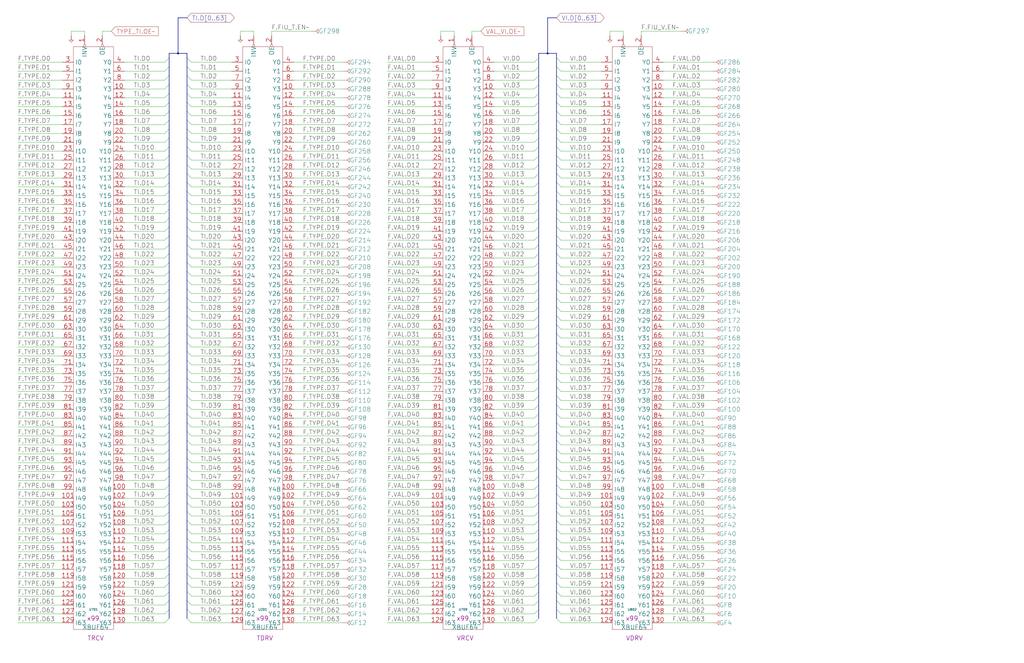
<source format=kicad_sch>
(kicad_sch (version 20230121) (generator eeschema)
  (paper "User" 584.2 378.46)
  (title_block (title "TYPE AND VAL BUS RCVRS") (date "20-MAR-90") (rev "1.0") (comment 1 "FIU") (comment 2 "232-003065") (comment 3 "S400") (comment 4 "RELEASED"))
  (junction (at 312.42 30.48))
  (junction (at 101.6 30.48))
  (bus_entry (at 317.5 246.38) (size 2.54 2.54))
  (bus_entry (at 307.34 276.86) (size -2.54 2.54))
  (bus_entry (at 106.68 266.7) (size 2.54 2.54))
  (bus_entry (at 96.52 332.74) (size -2.54 2.54))
  (bus_entry (at 317.5 327.66) (size 2.54 2.54))
  (bus_entry (at 307.34 139.7) (size -2.54 2.54))
  (bus_entry (at 307.34 297.18) (size -2.54 2.54))
  (bus_entry (at 307.34 307.34) (size -2.54 2.54))
  (bus_entry (at 96.52 353.06) (size -2.54 2.54))
  (bus_entry (at 106.68 144.78) (size 2.54 2.54))
  (bus_entry (at 106.68 165.1) (size 2.54 2.54))
  (bus_entry (at 106.68 63.5) (size 2.54 2.54))
  (bus_entry (at 96.52 160.02) (size -2.54 2.54))
  (bus_entry (at 317.5 261.62) (size 2.54 2.54))
  (bus_entry (at 307.34 231.14) (size -2.54 2.54))
  (bus_entry (at 106.68 302.26) (size 2.54 2.54))
  (bus_entry (at 96.52 119.38) (size -2.54 2.54))
  (bus_entry (at 317.5 322.58) (size 2.54 2.54))
  (bus_entry (at 307.34 129.54) (size -2.54 2.54))
  (bus_entry (at 317.5 190.5) (size 2.54 2.54))
  (bus_entry (at 317.5 154.94) (size 2.54 2.54))
  (bus_entry (at 307.34 165.1) (size -2.54 2.54))
  (bus_entry (at 106.68 276.86) (size 2.54 2.54))
  (bus_entry (at 96.52 231.14) (size -2.54 2.54))
  (bus_entry (at 317.5 231.14) (size 2.54 2.54))
  (bus_entry (at 317.5 271.78) (size 2.54 2.54))
  (bus_entry (at 317.5 312.42) (size 2.54 2.54))
  (bus_entry (at 106.68 93.98) (size 2.54 2.54))
  (bus_entry (at 317.5 292.1) (size 2.54 2.54))
  (bus_entry (at 96.52 139.7) (size -2.54 2.54))
  (bus_entry (at 317.5 307.34) (size 2.54 2.54))
  (bus_entry (at 307.34 210.82) (size -2.54 2.54))
  (bus_entry (at 317.5 88.9) (size 2.54 2.54))
  (bus_entry (at 106.68 342.9) (size 2.54 2.54))
  (bus_entry (at 307.34 104.14) (size -2.54 2.54))
  (bus_entry (at 317.5 139.7) (size 2.54 2.54))
  (bus_entry (at 106.68 256.54) (size 2.54 2.54))
  (bus_entry (at 307.34 195.58) (size -2.54 2.54))
  (bus_entry (at 106.68 246.38) (size 2.54 2.54))
  (bus_entry (at 307.34 185.42) (size -2.54 2.54))
  (bus_entry (at 96.52 53.34) (size -2.54 2.54))
  (bus_entry (at 317.5 200.66) (size 2.54 2.54))
  (bus_entry (at 317.5 317.5) (size 2.54 2.54))
  (bus_entry (at 106.68 119.38) (size 2.54 2.54))
  (bus_entry (at 317.5 170.18) (size 2.54 2.54))
  (bus_entry (at 96.52 48.26) (size -2.54 2.54))
  (bus_entry (at 96.52 175.26) (size -2.54 2.54))
  (bus_entry (at 317.5 302.26) (size 2.54 2.54))
  (bus_entry (at 317.5 33.02) (size 2.54 2.54))
  (bus_entry (at 96.52 149.86) (size -2.54 2.54))
  (bus_entry (at 96.52 236.22) (size -2.54 2.54))
  (bus_entry (at 106.68 68.58) (size 2.54 2.54))
  (bus_entry (at 106.68 220.98) (size 2.54 2.54))
  (bus_entry (at 317.5 149.86) (size 2.54 2.54))
  (bus_entry (at 307.34 78.74) (size -2.54 2.54))
  (bus_entry (at 106.68 347.98) (size 2.54 2.54))
  (bus_entry (at 317.5 160.02) (size 2.54 2.54))
  (bus_entry (at 96.52 78.74) (size -2.54 2.54))
  (bus_entry (at 106.68 170.18) (size 2.54 2.54))
  (bus_entry (at 96.52 317.5) (size -2.54 2.54))
  (bus_entry (at 307.34 312.42) (size -2.54 2.54))
  (bus_entry (at 106.68 205.74) (size 2.54 2.54))
  (bus_entry (at 307.34 43.18) (size -2.54 2.54))
  (bus_entry (at 106.68 292.1) (size 2.54 2.54))
  (bus_entry (at 317.5 281.94) (size 2.54 2.54))
  (bus_entry (at 307.34 38.1) (size -2.54 2.54))
  (bus_entry (at 96.52 124.46) (size -2.54 2.54))
  (bus_entry (at 106.68 312.42) (size 2.54 2.54))
  (bus_entry (at 317.5 236.22) (size 2.54 2.54))
  (bus_entry (at 106.68 129.54) (size 2.54 2.54))
  (bus_entry (at 307.34 220.98) (size -2.54 2.54))
  (bus_entry (at 96.52 165.1) (size -2.54 2.54))
  (bus_entry (at 96.52 281.94) (size -2.54 2.54))
  (bus_entry (at 317.5 93.98) (size 2.54 2.54))
  (bus_entry (at 96.52 276.86) (size -2.54 2.54))
  (bus_entry (at 106.68 317.5) (size 2.54 2.54))
  (bus_entry (at 96.52 144.78) (size -2.54 2.54))
  (bus_entry (at 96.52 43.18) (size -2.54 2.54))
  (bus_entry (at 106.68 48.26) (size 2.54 2.54))
  (bus_entry (at 317.5 175.26) (size 2.54 2.54))
  (bus_entry (at 307.34 342.9) (size -2.54 2.54))
  (bus_entry (at 106.68 83.82) (size 2.54 2.54))
  (bus_entry (at 317.5 276.86) (size 2.54 2.54))
  (bus_entry (at 96.52 200.66) (size -2.54 2.54))
  (bus_entry (at 307.34 287.02) (size -2.54 2.54))
  (bus_entry (at 317.5 256.54) (size 2.54 2.54))
  (bus_entry (at 307.34 160.02) (size -2.54 2.54))
  (bus_entry (at 106.68 160.02) (size 2.54 2.54))
  (bus_entry (at 96.52 134.62) (size -2.54 2.54))
  (bus_entry (at 96.52 38.1) (size -2.54 2.54))
  (bus_entry (at 307.34 226.06) (size -2.54 2.54))
  (bus_entry (at 106.68 327.66) (size 2.54 2.54))
  (bus_entry (at 106.68 307.34) (size 2.54 2.54))
  (bus_entry (at 106.68 226.06) (size 2.54 2.54))
  (bus_entry (at 106.68 78.74) (size 2.54 2.54))
  (bus_entry (at 96.52 180.34) (size -2.54 2.54))
  (bus_entry (at 96.52 256.54) (size -2.54 2.54))
  (bus_entry (at 106.68 251.46) (size 2.54 2.54))
  (bus_entry (at 307.34 236.22) (size -2.54 2.54))
  (bus_entry (at 307.34 114.3) (size -2.54 2.54))
  (bus_entry (at 106.68 353.06) (size 2.54 2.54))
  (bus_entry (at 96.52 322.58) (size -2.54 2.54))
  (bus_entry (at 96.52 63.5) (size -2.54 2.54))
  (bus_entry (at 307.34 292.1) (size -2.54 2.54))
  (bus_entry (at 106.68 99.06) (size 2.54 2.54))
  (bus_entry (at 307.34 68.58) (size -2.54 2.54))
  (bus_entry (at 317.5 266.7) (size 2.54 2.54))
  (bus_entry (at 307.34 53.34) (size -2.54 2.54))
  (bus_entry (at 317.5 99.06) (size 2.54 2.54))
  (bus_entry (at 317.5 297.18) (size 2.54 2.54))
  (bus_entry (at 317.5 144.78) (size 2.54 2.54))
  (bus_entry (at 307.34 109.22) (size -2.54 2.54))
  (bus_entry (at 106.68 297.18) (size 2.54 2.54))
  (bus_entry (at 106.68 287.02) (size 2.54 2.54))
  (bus_entry (at 307.34 353.06) (size -2.54 2.54))
  (bus_entry (at 106.68 261.62) (size 2.54 2.54))
  (bus_entry (at 307.34 58.42) (size -2.54 2.54))
  (bus_entry (at 307.34 246.38) (size -2.54 2.54))
  (bus_entry (at 106.68 43.18) (size 2.54 2.54))
  (bus_entry (at 96.52 88.9) (size -2.54 2.54))
  (bus_entry (at 106.68 38.1) (size 2.54 2.54))
  (bus_entry (at 106.68 124.46) (size 2.54 2.54))
  (bus_entry (at 106.68 236.22) (size 2.54 2.54))
  (bus_entry (at 106.68 210.82) (size 2.54 2.54))
  (bus_entry (at 307.34 317.5) (size -2.54 2.54))
  (bus_entry (at 96.52 185.42) (size -2.54 2.54))
  (bus_entry (at 106.68 139.7) (size 2.54 2.54))
  (bus_entry (at 307.34 281.94) (size -2.54 2.54))
  (bus_entry (at 307.34 256.54) (size -2.54 2.54))
  (bus_entry (at 96.52 215.9) (size -2.54 2.54))
  (bus_entry (at 317.5 347.98) (size 2.54 2.54))
  (bus_entry (at 106.68 281.94) (size 2.54 2.54))
  (bus_entry (at 317.5 134.62) (size 2.54 2.54))
  (bus_entry (at 307.34 134.62) (size -2.54 2.54))
  (bus_entry (at 106.68 73.66) (size 2.54 2.54))
  (bus_entry (at 307.34 149.86) (size -2.54 2.54))
  (bus_entry (at 307.34 83.82) (size -2.54 2.54))
  (bus_entry (at 106.68 180.34) (size 2.54 2.54))
  (bus_entry (at 106.68 58.42) (size 2.54 2.54))
  (bus_entry (at 307.34 200.66) (size -2.54 2.54))
  (bus_entry (at 317.5 119.38) (size 2.54 2.54))
  (bus_entry (at 106.68 104.14) (size 2.54 2.54))
  (bus_entry (at 96.52 287.02) (size -2.54 2.54))
  (bus_entry (at 106.68 215.9) (size 2.54 2.54))
  (bus_entry (at 96.52 33.02) (size -2.54 2.54))
  (bus_entry (at 317.5 58.42) (size 2.54 2.54))
  (bus_entry (at 307.34 154.94) (size -2.54 2.54))
  (bus_entry (at 307.34 63.5) (size -2.54 2.54))
  (bus_entry (at 96.52 271.78) (size -2.54 2.54))
  (bus_entry (at 96.52 302.26) (size -2.54 2.54))
  (bus_entry (at 106.68 337.82) (size 2.54 2.54))
  (bus_entry (at 96.52 210.82) (size -2.54 2.54))
  (bus_entry (at 106.68 33.02) (size 2.54 2.54))
  (bus_entry (at 96.52 337.82) (size -2.54 2.54))
  (bus_entry (at 96.52 93.98) (size -2.54 2.54))
  (bus_entry (at 96.52 251.46) (size -2.54 2.54))
  (bus_entry (at 96.52 307.34) (size -2.54 2.54))
  (bus_entry (at 307.34 241.3) (size -2.54 2.54))
  (bus_entry (at 96.52 154.94) (size -2.54 2.54))
  (bus_entry (at 317.5 68.58) (size 2.54 2.54))
  (bus_entry (at 96.52 220.98) (size -2.54 2.54))
  (bus_entry (at 106.68 149.86) (size 2.54 2.54))
  (bus_entry (at 317.5 251.46) (size 2.54 2.54))
  (bus_entry (at 96.52 109.22) (size -2.54 2.54))
  (bus_entry (at 317.5 180.34) (size 2.54 2.54))
  (bus_entry (at 317.5 109.22) (size 2.54 2.54))
  (bus_entry (at 317.5 337.82) (size 2.54 2.54))
  (bus_entry (at 96.52 190.5) (size -2.54 2.54))
  (bus_entry (at 317.5 332.74) (size 2.54 2.54))
  (bus_entry (at 307.34 73.66) (size -2.54 2.54))
  (bus_entry (at 106.68 134.62) (size 2.54 2.54))
  (bus_entry (at 317.5 114.3) (size 2.54 2.54))
  (bus_entry (at 307.34 327.66) (size -2.54 2.54))
  (bus_entry (at 106.68 109.22) (size 2.54 2.54))
  (bus_entry (at 307.34 266.7) (size -2.54 2.54))
  (bus_entry (at 96.52 261.62) (size -2.54 2.54))
  (bus_entry (at 106.68 332.74) (size 2.54 2.54))
  (bus_entry (at 106.68 88.9) (size 2.54 2.54))
  (bus_entry (at 317.5 78.74) (size 2.54 2.54))
  (bus_entry (at 106.68 271.78) (size 2.54 2.54))
  (bus_entry (at 307.34 175.26) (size -2.54 2.54))
  (bus_entry (at 96.52 327.66) (size -2.54 2.54))
  (bus_entry (at 317.5 287.02) (size 2.54 2.54))
  (bus_entry (at 317.5 165.1) (size 2.54 2.54))
  (bus_entry (at 96.52 195.58) (size -2.54 2.54))
  (bus_entry (at 96.52 83.82) (size -2.54 2.54))
  (bus_entry (at 317.5 220.98) (size 2.54 2.54))
  (bus_entry (at 307.34 33.02) (size -2.54 2.54))
  (bus_entry (at 317.5 43.18) (size 2.54 2.54))
  (bus_entry (at 96.52 347.98) (size -2.54 2.54))
  (bus_entry (at 96.52 297.18) (size -2.54 2.54))
  (bus_entry (at 307.34 48.26) (size -2.54 2.54))
  (bus_entry (at 317.5 48.26) (size 2.54 2.54))
  (bus_entry (at 307.34 88.9) (size -2.54 2.54))
  (bus_entry (at 307.34 261.62) (size -2.54 2.54))
  (bus_entry (at 96.52 226.06) (size -2.54 2.54))
  (bus_entry (at 96.52 129.54) (size -2.54 2.54))
  (bus_entry (at 317.5 215.9) (size 2.54 2.54))
  (bus_entry (at 317.5 124.46) (size 2.54 2.54))
  (bus_entry (at 307.34 93.98) (size -2.54 2.54))
  (bus_entry (at 106.68 154.94) (size 2.54 2.54))
  (bus_entry (at 317.5 63.5) (size 2.54 2.54))
  (bus_entry (at 106.68 114.3) (size 2.54 2.54))
  (bus_entry (at 106.68 185.42) (size 2.54 2.54))
  (bus_entry (at 96.52 246.38) (size -2.54 2.54))
  (bus_entry (at 317.5 342.9) (size 2.54 2.54))
  (bus_entry (at 106.68 322.58) (size 2.54 2.54))
  (bus_entry (at 317.5 205.74) (size 2.54 2.54))
  (bus_entry (at 307.34 205.74) (size -2.54 2.54))
  (bus_entry (at 307.34 124.46) (size -2.54 2.54))
  (bus_entry (at 307.34 190.5) (size -2.54 2.54))
  (bus_entry (at 106.68 175.26) (size 2.54 2.54))
  (bus_entry (at 106.68 231.14) (size 2.54 2.54))
  (bus_entry (at 307.34 144.78) (size -2.54 2.54))
  (bus_entry (at 317.5 353.06) (size 2.54 2.54))
  (bus_entry (at 317.5 241.3) (size 2.54 2.54))
  (bus_entry (at 307.34 180.34) (size -2.54 2.54))
  (bus_entry (at 317.5 226.06) (size 2.54 2.54))
  (bus_entry (at 317.5 195.58) (size 2.54 2.54))
  (bus_entry (at 96.52 170.18) (size -2.54 2.54))
  (bus_entry (at 106.68 195.58) (size 2.54 2.54))
  (bus_entry (at 307.34 251.46) (size -2.54 2.54))
  (bus_entry (at 317.5 210.82) (size 2.54 2.54))
  (bus_entry (at 307.34 347.98) (size -2.54 2.54))
  (bus_entry (at 106.68 53.34) (size 2.54 2.54))
  (bus_entry (at 96.52 114.3) (size -2.54 2.54))
  (bus_entry (at 96.52 205.74) (size -2.54 2.54))
  (bus_entry (at 307.34 302.26) (size -2.54 2.54))
  (bus_entry (at 106.68 200.66) (size 2.54 2.54))
  (bus_entry (at 307.34 322.58) (size -2.54 2.54))
  (bus_entry (at 96.52 99.06) (size -2.54 2.54))
  (bus_entry (at 317.5 83.82) (size 2.54 2.54))
  (bus_entry (at 307.34 170.18) (size -2.54 2.54))
  (bus_entry (at 307.34 271.78) (size -2.54 2.54))
  (bus_entry (at 317.5 185.42) (size 2.54 2.54))
  (bus_entry (at 307.34 215.9) (size -2.54 2.54))
  (bus_entry (at 96.52 312.42) (size -2.54 2.54))
  (bus_entry (at 317.5 53.34) (size 2.54 2.54))
  (bus_entry (at 96.52 266.7) (size -2.54 2.54))
  (bus_entry (at 96.52 104.14) (size -2.54 2.54))
  (bus_entry (at 96.52 292.1) (size -2.54 2.54))
  (bus_entry (at 307.34 99.06) (size -2.54 2.54))
  (bus_entry (at 96.52 342.9) (size -2.54 2.54))
  (bus_entry (at 317.5 129.54) (size 2.54 2.54))
  (bus_entry (at 96.52 241.3) (size -2.54 2.54))
  (bus_entry (at 307.34 337.82) (size -2.54 2.54))
  (bus_entry (at 317.5 104.14) (size 2.54 2.54))
  (bus_entry (at 317.5 38.1) (size 2.54 2.54))
  (bus_entry (at 106.68 190.5) (size 2.54 2.54))
  (bus_entry (at 307.34 119.38) (size -2.54 2.54))
  (bus_entry (at 317.5 73.66) (size 2.54 2.54))
  (bus_entry (at 307.34 332.74) (size -2.54 2.54))
  (bus_entry (at 96.52 73.66) (size -2.54 2.54))
  (bus_entry (at 96.52 58.42) (size -2.54 2.54))
  (bus_entry (at 106.68 241.3) (size 2.54 2.54))
  (bus_entry (at 96.52 68.58) (size -2.54 2.54))
  (wire (pts (xy 220.98 274.32) (xy 246.38 274.32)))
  (wire (pts (xy 195.58 35.56) (xy 167.64 35.56)))
  (wire (pts (xy 132.08 127) (xy 109.22 127)))
  (wire (pts (xy 195.58 187.96) (xy 167.64 187.96)))
  (bus (pts (xy 96.52 215.9) (xy 96.52 220.98)))
  (bus (pts (xy 106.68 317.5) (xy 106.68 322.58)))
  (wire (pts (xy 281.94 218.44) (xy 304.8 218.44)))
  (wire (pts (xy 10.16 60.96) (xy 35.56 60.96)))
  (bus (pts (xy 307.34 266.7) (xy 307.34 271.78)))
  (wire (pts (xy 71.12 198.12) (xy 93.98 198.12)))
  (bus (pts (xy 96.52 281.94) (xy 96.52 287.02)))
  (bus (pts (xy 307.34 109.22) (xy 307.34 114.3)))
  (wire (pts (xy 220.98 218.44) (xy 246.38 218.44)))
  (wire (pts (xy 10.16 213.36) (xy 35.56 213.36)))
  (bus (pts (xy 96.52 271.78) (xy 96.52 276.86)))
  (wire (pts (xy 406.4 116.84) (xy 378.46 116.84)))
  (wire (pts (xy 195.58 294.64) (xy 167.64 294.64)))
  (bus (pts (xy 106.68 119.38) (xy 106.68 124.46)))
  (wire (pts (xy 281.94 101.6) (xy 304.8 101.6)))
  (wire (pts (xy 281.94 147.32) (xy 304.8 147.32)))
  (wire (pts (xy 71.12 193.04) (xy 93.98 193.04)))
  (wire (pts (xy 220.98 81.28) (xy 246.38 81.28)))
  (wire (pts (xy 342.9 96.52) (xy 320.04 96.52)))
  (bus (pts (xy 317.5 215.9) (xy 317.5 220.98)))
  (wire (pts (xy 406.4 71.12) (xy 378.46 71.12)))
  (wire (pts (xy 406.4 294.64) (xy 378.46 294.64)))
  (wire (pts (xy 132.08 299.72) (xy 109.22 299.72)))
  (wire (pts (xy 71.12 309.88) (xy 93.98 309.88)))
  (wire (pts (xy 342.9 157.48) (xy 320.04 157.48)))
  (wire (pts (xy 406.4 228.6) (xy 378.46 228.6)))
  (wire (pts (xy 10.16 198.12) (xy 35.56 198.12)))
  (wire (pts (xy 132.08 238.76) (xy 109.22 238.76)))
  (wire (pts (xy 281.94 203.2) (xy 304.8 203.2)))
  (bus (pts (xy 317.5 68.58) (xy 317.5 73.66)))
  (bus (pts (xy 317.5 33.02) (xy 317.5 38.1)))
  (wire (pts (xy 281.94 86.36) (xy 304.8 86.36)))
  (wire (pts (xy 281.94 81.28) (xy 304.8 81.28)))
  (wire (pts (xy 71.12 152.4) (xy 93.98 152.4)))
  (wire (pts (xy 132.08 345.44) (xy 109.22 345.44)))
  (wire (pts (xy 406.4 76.2) (xy 378.46 76.2)))
  (bus (pts (xy 307.34 261.62) (xy 307.34 266.7)))
  (wire (pts (xy 220.98 60.96) (xy 246.38 60.96)))
  (bus (pts (xy 317.5 332.74) (xy 317.5 337.82)))
  (wire (pts (xy 220.98 345.44) (xy 246.38 345.44)))
  (bus (pts (xy 106.68 297.18) (xy 106.68 302.26)))
  (wire (pts (xy 132.08 233.68) (xy 109.22 233.68)))
  (bus (pts (xy 307.34 251.46) (xy 307.34 256.54)))
  (wire (pts (xy 132.08 81.28) (xy 109.22 81.28)))
  (wire (pts (xy 342.9 294.64) (xy 320.04 294.64)))
  (wire (pts (xy 71.12 299.72) (xy 93.98 299.72)))
  (wire (pts (xy 195.58 254) (xy 167.64 254)))
  (wire (pts (xy 132.08 264.16) (xy 109.22 264.16)))
  (bus (pts (xy 307.34 63.5) (xy 307.34 68.58)))
  (wire (pts (xy 220.98 76.2) (xy 246.38 76.2)))
  (wire (pts (xy 220.98 269.24) (xy 246.38 269.24)))
  (bus (pts (xy 106.68 281.94) (xy 106.68 287.02)))
  (wire (pts (xy 71.12 60.96) (xy 93.98 60.96)))
  (bus (pts (xy 96.52 185.42) (xy 96.52 190.5)))
  (wire (pts (xy 220.98 330.2) (xy 246.38 330.2)))
  (bus (pts (xy 106.68 63.5) (xy 106.68 68.58)))
  (bus (pts (xy 317.5 231.14) (xy 317.5 236.22)))
  (wire (pts (xy 10.16 345.44) (xy 35.56 345.44)))
  (wire (pts (xy 220.98 248.92) (xy 246.38 248.92)))
  (wire (pts (xy 220.98 147.32) (xy 246.38 147.32)))
  (bus (pts (xy 307.34 53.34) (xy 307.34 58.42)))
  (bus (pts (xy 96.52 297.18) (xy 96.52 302.26)))
  (wire (pts (xy 10.16 330.2) (xy 35.56 330.2)))
  (bus (pts (xy 317.5 256.54) (xy 317.5 261.62)))
  (bus (pts (xy 106.68 226.06) (xy 106.68 231.14)))
  (wire (pts (xy 195.58 228.6) (xy 167.64 228.6)))
  (bus (pts (xy 106.68 246.38) (xy 106.68 251.46)))
  (bus (pts (xy 317.5 83.82) (xy 317.5 88.9)))
  (wire (pts (xy 220.98 284.48) (xy 246.38 284.48)))
  (bus (pts (xy 317.5 63.5) (xy 317.5 68.58)))
  (wire (pts (xy 281.94 193.04) (xy 304.8 193.04)))
  (wire (pts (xy 220.98 187.96) (xy 246.38 187.96)))
  (wire (pts (xy 10.16 203.2) (xy 35.56 203.2)))
  (wire (pts (xy 281.94 111.76) (xy 304.8 111.76)))
  (wire (pts (xy 195.58 208.28) (xy 167.64 208.28)))
  (wire (pts (xy 220.98 314.96) (xy 246.38 314.96)))
  (wire (pts (xy 137.16 20.32) (xy 137.16 17.78)))
  (wire (pts (xy 195.58 274.32) (xy 167.64 274.32)))
  (wire (pts (xy 10.16 81.28) (xy 35.56 81.28)))
  (wire (pts (xy 71.12 127) (xy 93.98 127)))
  (bus (pts (xy 312.42 10.16) (xy 312.42 30.48)))
  (wire (pts (xy 195.58 335.28) (xy 167.64 335.28)))
  (bus (pts (xy 96.52 261.62) (xy 96.52 266.7)))
  (bus (pts (xy 96.52 165.1) (xy 96.52 170.18)))
  (wire (pts (xy 342.9 193.04) (xy 320.04 193.04)))
  (wire (pts (xy 71.12 167.64) (xy 93.98 167.64)))
  (wire (pts (xy 406.4 157.48) (xy 378.46 157.48)))
  (wire (pts (xy 342.9 187.96) (xy 320.04 187.96)))
  (bus (pts (xy 96.52 134.62) (xy 96.52 139.7)))
  (wire (pts (xy 71.12 233.68) (xy 93.98 233.68)))
  (wire (pts (xy 195.58 299.72) (xy 167.64 299.72)))
  (wire (pts (xy 71.12 35.56) (xy 93.98 35.56)))
  (wire (pts (xy 132.08 198.12) (xy 109.22 198.12)))
  (wire (pts (xy 342.9 335.28) (xy 320.04 335.28)))
  (bus (pts (xy 96.52 292.1) (xy 96.52 297.18)))
  (wire (pts (xy 132.08 167.64) (xy 109.22 167.64)))
  (wire (pts (xy 10.16 55.88) (xy 35.56 55.88)))
  (wire (pts (xy 220.98 325.12) (xy 246.38 325.12)))
  (bus (pts (xy 307.34 342.9) (xy 307.34 347.98)))
  (wire (pts (xy 342.9 264.16) (xy 320.04 264.16)))
  (bus (pts (xy 96.52 48.26) (xy 96.52 53.34)))
  (wire (pts (xy 406.4 121.92) (xy 378.46 121.92)))
  (bus (pts (xy 96.52 124.46) (xy 96.52 129.54)))
  (wire (pts (xy 132.08 35.56) (xy 109.22 35.56)))
  (wire (pts (xy 195.58 45.72) (xy 167.64 45.72)))
  (bus (pts (xy 106.68 342.9) (xy 106.68 347.98)))
  (wire (pts (xy 10.16 50.8) (xy 35.56 50.8)))
  (wire (pts (xy 154.94 17.78) (xy 154.94 20.32)))
  (wire (pts (xy 195.58 66.04) (xy 167.64 66.04)))
  (wire (pts (xy 10.16 228.6) (xy 35.56 228.6)))
  (wire (pts (xy 342.9 55.88) (xy 320.04 55.88)))
  (bus (pts (xy 96.52 347.98) (xy 96.52 353.06)))
  (wire (pts (xy 406.4 248.92) (xy 378.46 248.92)))
  (wire (pts (xy 220.98 233.68) (xy 246.38 233.68)))
  (wire (pts (xy 10.16 284.48) (xy 35.56 284.48)))
  (wire (pts (xy 132.08 309.88) (xy 109.22 309.88)))
  (wire (pts (xy 132.08 243.84) (xy 109.22 243.84)))
  (wire (pts (xy 195.58 325.12) (xy 167.64 325.12)))
  (wire (pts (xy 406.4 299.72) (xy 378.46 299.72)))
  (wire (pts (xy 10.16 264.16) (xy 35.56 264.16)))
  (bus (pts (xy 317.5 48.26) (xy 317.5 53.34)))
  (bus (pts (xy 106.68 347.98) (xy 106.68 353.06)))
  (wire (pts (xy 342.9 223.52) (xy 320.04 223.52)))
  (wire (pts (xy 220.98 167.64) (xy 246.38 167.64)))
  (wire (pts (xy 406.4 330.2) (xy 378.46 330.2)))
  (wire (pts (xy 220.98 193.04) (xy 246.38 193.04)))
  (bus (pts (xy 317.5 185.42) (xy 317.5 190.5)))
  (wire (pts (xy 71.12 55.88) (xy 93.98 55.88)))
  (wire (pts (xy 10.16 238.76) (xy 35.56 238.76)))
  (wire (pts (xy 10.16 76.2) (xy 35.56 76.2)))
  (wire (pts (xy 281.94 264.16) (xy 304.8 264.16)))
  (wire (pts (xy 10.16 71.12) (xy 35.56 71.12)))
  (bus (pts (xy 96.52 38.1) (xy 96.52 43.18)))
  (wire (pts (xy 71.12 81.28) (xy 93.98 81.28)))
  (bus (pts (xy 312.42 10.16) (xy 317.5 10.16)))
  (bus (pts (xy 307.34 99.06) (xy 307.34 104.14)))
  (wire (pts (xy 195.58 330.2) (xy 167.64 330.2)))
  (wire (pts (xy 281.94 55.88) (xy 304.8 55.88)))
  (bus (pts (xy 317.5 30.48) (xy 317.5 33.02)))
  (wire (pts (xy 71.12 264.16) (xy 93.98 264.16)))
  (wire (pts (xy 10.16 340.36) (xy 35.56 340.36)))
  (wire (pts (xy 365.76 17.78) (xy 365.76 20.32)))
  (wire (pts (xy 220.98 340.36) (xy 246.38 340.36)))
  (wire (pts (xy 195.58 289.56) (xy 167.64 289.56)))
  (wire (pts (xy 71.12 121.92) (xy 93.98 121.92)))
  (wire (pts (xy 195.58 76.2) (xy 167.64 76.2)))
  (wire (pts (xy 71.12 86.36) (xy 93.98 86.36)))
  (wire (pts (xy 132.08 259.08) (xy 109.22 259.08)))
  (wire (pts (xy 220.98 304.8) (xy 246.38 304.8)))
  (wire (pts (xy 342.9 172.72) (xy 320.04 172.72)))
  (bus (pts (xy 317.5 292.1) (xy 317.5 297.18)))
  (bus (pts (xy 317.5 180.34) (xy 317.5 185.42)))
  (bus (pts (xy 317.5 175.26) (xy 317.5 180.34)))
  (wire (pts (xy 71.12 66.04) (xy 93.98 66.04)))
  (bus (pts (xy 317.5 104.14) (xy 317.5 109.22)))
  (bus (pts (xy 106.68 43.18) (xy 106.68 48.26)))
  (wire (pts (xy 71.12 208.28) (xy 93.98 208.28)))
  (wire (pts (xy 406.4 335.28) (xy 378.46 335.28)))
  (bus (pts (xy 317.5 220.98) (xy 317.5 226.06)))
  (wire (pts (xy 195.58 203.2) (xy 167.64 203.2)))
  (wire (pts (xy 406.4 304.8) (xy 378.46 304.8)))
  (wire (pts (xy 132.08 340.36) (xy 109.22 340.36)))
  (wire (pts (xy 281.94 294.64) (xy 304.8 294.64)))
  (wire (pts (xy 10.16 177.8) (xy 35.56 177.8)))
  (wire (pts (xy 10.16 335.28) (xy 35.56 335.28)))
  (bus (pts (xy 307.34 205.74) (xy 307.34 210.82)))
  (wire (pts (xy 342.9 142.24) (xy 320.04 142.24)))
  (wire (pts (xy 281.94 172.72) (xy 304.8 172.72)))
  (wire (pts (xy 10.16 279.4) (xy 35.56 279.4)))
  (wire (pts (xy 251.46 20.32) (xy 251.46 17.78)))
  (wire (pts (xy 342.9 299.72) (xy 320.04 299.72)))
  (bus (pts (xy 96.52 170.18) (xy 96.52 175.26)))
  (wire (pts (xy 406.4 355.6) (xy 378.46 355.6)))
  (wire (pts (xy 71.12 314.96) (xy 93.98 314.96)))
  (wire (pts (xy 195.58 157.48) (xy 167.64 157.48)))
  (wire (pts (xy 10.16 187.96) (xy 35.56 187.96)))
  (wire (pts (xy 281.94 66.04) (xy 304.8 66.04)))
  (wire (pts (xy 406.4 81.28) (xy 378.46 81.28)))
  (wire (pts (xy 342.9 314.96) (xy 320.04 314.96)))
  (wire (pts (xy 406.4 137.16) (xy 378.46 137.16)))
  (wire (pts (xy 71.12 243.84) (xy 93.98 243.84)))
  (bus (pts (xy 307.34 129.54) (xy 307.34 134.62)))
  (bus (pts (xy 307.34 48.26) (xy 307.34 53.34)))
  (wire (pts (xy 195.58 223.52) (xy 167.64 223.52)))
  (wire (pts (xy 342.9 340.36) (xy 320.04 340.36)))
  (wire (pts (xy 281.94 248.92) (xy 304.8 248.92)))
  (wire (pts (xy 406.4 172.72) (xy 378.46 172.72)))
  (wire (pts (xy 10.16 157.48) (xy 35.56 157.48)))
  (wire (pts (xy 406.4 182.88) (xy 378.46 182.88)))
  (wire (pts (xy 220.98 152.4) (xy 246.38 152.4)))
  (wire (pts (xy 71.12 76.2) (xy 93.98 76.2)))
  (wire (pts (xy 406.4 259.08) (xy 378.46 259.08)))
  (bus (pts (xy 96.52 332.74) (xy 96.52 337.82)))
  (wire (pts (xy 281.94 127) (xy 304.8 127)))
  (wire (pts (xy 132.08 182.88) (xy 109.22 182.88)))
  (wire (pts (xy 406.4 152.4) (xy 378.46 152.4)))
  (wire (pts (xy 220.98 66.04) (xy 246.38 66.04)))
  (bus (pts (xy 96.52 83.82) (xy 96.52 88.9)))
  (bus (pts (xy 317.5 236.22) (xy 317.5 241.3)))
  (wire (pts (xy 195.58 127) (xy 167.64 127)))
  (bus (pts (xy 96.52 78.74) (xy 96.52 83.82)))
  (bus (pts (xy 307.34 30.48) (xy 307.34 33.02)))
  (bus (pts (xy 307.34 231.14) (xy 307.34 236.22)))
  (wire (pts (xy 71.12 259.08) (xy 93.98 259.08)))
  (bus (pts (xy 106.68 78.74) (xy 106.68 83.82)))
  (bus (pts (xy 317.5 139.7) (xy 317.5 144.78)))
  (wire (pts (xy 406.4 127) (xy 378.46 127)))
  (wire (pts (xy 406.4 325.12) (xy 378.46 325.12)))
  (wire (pts (xy 347.98 17.78) (xy 355.6 17.78)))
  (wire (pts (xy 406.4 279.4) (xy 378.46 279.4)))
  (wire (pts (xy 406.4 35.56) (xy 378.46 35.56)))
  (bus (pts (xy 317.5 271.78) (xy 317.5 276.86)))
  (wire (pts (xy 406.4 289.56) (xy 378.46 289.56)))
  (wire (pts (xy 406.4 96.52) (xy 378.46 96.52)))
  (bus (pts (xy 317.5 99.06) (xy 317.5 104.14)))
  (bus (pts (xy 106.68 241.3) (xy 106.68 246.38)))
  (wire (pts (xy 406.4 320.04) (xy 378.46 320.04)))
  (wire (pts (xy 71.12 157.48) (xy 93.98 157.48)))
  (wire (pts (xy 195.58 198.12) (xy 167.64 198.12)))
  (wire (pts (xy 132.08 55.88) (xy 109.22 55.88)))
  (wire (pts (xy 406.4 198.12) (xy 378.46 198.12)))
  (wire (pts (xy 220.98 182.88) (xy 246.38 182.88)))
  (bus (pts (xy 307.34 297.18) (xy 307.34 302.26)))
  (wire (pts (xy 342.9 284.48) (xy 320.04 284.48)))
  (wire (pts (xy 132.08 208.28) (xy 109.22 208.28)))
  (wire (pts (xy 10.16 127) (xy 35.56 127)))
  (bus (pts (xy 106.68 236.22) (xy 106.68 241.3)))
  (wire (pts (xy 10.16 233.68) (xy 35.56 233.68)))
  (wire (pts (xy 132.08 335.28) (xy 109.22 335.28)))
  (bus (pts (xy 307.34 215.9) (xy 307.34 220.98)))
  (wire (pts (xy 132.08 213.36) (xy 109.22 213.36)))
  (wire (pts (xy 220.98 213.36) (xy 246.38 213.36)))
  (wire (pts (xy 281.94 198.12) (xy 304.8 198.12)))
  (wire (pts (xy 10.16 294.64) (xy 35.56 294.64)))
  (wire (pts (xy 10.16 223.52) (xy 35.56 223.52)))
  (wire (pts (xy 281.94 309.88) (xy 304.8 309.88)))
  (wire (pts (xy 132.08 218.44) (xy 109.22 218.44)))
  (bus (pts (xy 96.52 114.3) (xy 96.52 119.38)))
  (wire (pts (xy 71.12 274.32) (xy 93.98 274.32)))
  (wire (pts (xy 71.12 96.52) (xy 93.98 96.52)))
  (wire (pts (xy 10.16 299.72) (xy 35.56 299.72)))
  (wire (pts (xy 71.12 106.68) (xy 93.98 106.68)))
  (wire (pts (xy 10.16 269.24) (xy 35.56 269.24)))
  (bus (pts (xy 106.68 266.7) (xy 106.68 271.78)))
  (wire (pts (xy 406.4 60.96) (xy 378.46 60.96)))
  (wire (pts (xy 342.9 203.2) (xy 320.04 203.2)))
  (bus (pts (xy 96.52 210.82) (xy 96.52 215.9)))
  (bus (pts (xy 317.5 38.1) (xy 317.5 43.18)))
  (wire (pts (xy 132.08 284.48) (xy 109.22 284.48)))
  (wire (pts (xy 342.9 137.16) (xy 320.04 137.16)))
  (wire (pts (xy 58.42 17.78) (xy 58.42 20.32)))
  (bus (pts (xy 317.5 312.42) (xy 317.5 317.5)))
  (bus (pts (xy 106.68 327.66) (xy 106.68 332.74)))
  (wire (pts (xy 281.94 137.16) (xy 304.8 137.16)))
  (bus (pts (xy 307.34 241.3) (xy 307.34 246.38)))
  (wire (pts (xy 406.4 264.16) (xy 378.46 264.16)))
  (wire (pts (xy 195.58 355.6) (xy 167.64 355.6)))
  (wire (pts (xy 10.16 325.12) (xy 35.56 325.12)))
  (bus (pts (xy 317.5 246.38) (xy 317.5 251.46)))
  (wire (pts (xy 10.16 106.68) (xy 35.56 106.68)))
  (bus (pts (xy 106.68 165.1) (xy 106.68 170.18)))
  (bus (pts (xy 317.5 327.66) (xy 317.5 332.74)))
  (wire (pts (xy 342.9 121.92) (xy 320.04 121.92)))
  (wire (pts (xy 281.94 142.24) (xy 304.8 142.24)))
  (wire (pts (xy 10.16 182.88) (xy 35.56 182.88)))
  (bus (pts (xy 96.52 231.14) (xy 96.52 236.22)))
  (wire (pts (xy 342.9 40.64) (xy 320.04 40.64)))
  (wire (pts (xy 342.9 279.4) (xy 320.04 279.4)))
  (bus (pts (xy 307.34 88.9) (xy 307.34 93.98)))
  (bus (pts (xy 106.68 114.3) (xy 106.68 119.38)))
  (wire (pts (xy 342.9 325.12) (xy 320.04 325.12)))
  (bus (pts (xy 307.34 119.38) (xy 307.34 124.46)))
  (bus (pts (xy 317.5 134.62) (xy 317.5 139.7)))
  (wire (pts (xy 342.9 111.76) (xy 320.04 111.76)))
  (wire (pts (xy 281.94 238.76) (xy 304.8 238.76)))
  (wire (pts (xy 281.94 71.12) (xy 304.8 71.12)))
  (wire (pts (xy 406.4 243.84) (xy 378.46 243.84)))
  (bus (pts (xy 96.52 190.5) (xy 96.52 195.58)))
  (bus (pts (xy 307.34 302.26) (xy 307.34 307.34)))
  (wire (pts (xy 10.16 320.04) (xy 35.56 320.04)))
  (bus (pts (xy 96.52 73.66) (xy 96.52 78.74)))
  (wire (pts (xy 195.58 284.48) (xy 167.64 284.48)))
  (bus (pts (xy 106.68 83.82) (xy 106.68 88.9)))
  (wire (pts (xy 71.12 147.32) (xy 93.98 147.32)))
  (wire (pts (xy 132.08 294.64) (xy 109.22 294.64)))
  (bus (pts (xy 96.52 246.38) (xy 96.52 251.46)))
  (wire (pts (xy 342.9 350.52) (xy 320.04 350.52)))
  (wire (pts (xy 281.94 167.64) (xy 304.8 167.64)))
  (bus (pts (xy 307.34 210.82) (xy 307.34 215.9)))
  (wire (pts (xy 220.98 279.4) (xy 246.38 279.4)))
  (wire (pts (xy 132.08 162.56) (xy 109.22 162.56)))
  (wire (pts (xy 281.94 116.84) (xy 304.8 116.84)))
  (wire (pts (xy 281.94 223.52) (xy 304.8 223.52)))
  (bus (pts (xy 106.68 180.34) (xy 106.68 185.42)))
  (bus (pts (xy 106.68 261.62) (xy 106.68 266.7)))
  (bus (pts (xy 96.52 312.42) (xy 96.52 317.5)))
  (wire (pts (xy 220.98 355.6) (xy 246.38 355.6)))
  (wire (pts (xy 10.16 304.8) (xy 35.56 304.8)))
  (wire (pts (xy 195.58 269.24) (xy 167.64 269.24)))
  (bus (pts (xy 317.5 144.78) (xy 317.5 149.86)))
  (bus (pts (xy 106.68 256.54) (xy 106.68 261.62)))
  (wire (pts (xy 195.58 345.44) (xy 167.64 345.44)))
  (bus (pts (xy 106.68 68.58) (xy 106.68 73.66)))
  (bus (pts (xy 307.34 139.7) (xy 307.34 144.78)))
  (wire (pts (xy 195.58 279.4) (xy 167.64 279.4)))
  (bus (pts (xy 307.34 78.74) (xy 307.34 83.82)))
  (bus (pts (xy 317.5 347.98) (xy 317.5 353.06)))
  (wire (pts (xy 132.08 76.2) (xy 109.22 76.2)))
  (bus (pts (xy 96.52 129.54) (xy 96.52 134.62)))
  (wire (pts (xy 10.16 167.64) (xy 35.56 167.64)))
  (wire (pts (xy 10.16 91.44) (xy 35.56 91.44)))
  (bus (pts (xy 96.52 276.86) (xy 96.52 281.94)))
  (bus (pts (xy 106.68 292.1) (xy 106.68 297.18)))
  (bus (pts (xy 106.68 200.66) (xy 106.68 205.74)))
  (wire (pts (xy 342.9 91.44) (xy 320.04 91.44)))
  (bus (pts (xy 96.52 109.22) (xy 96.52 114.3)))
  (wire (pts (xy 195.58 55.88) (xy 167.64 55.88)))
  (bus (pts (xy 96.52 160.02) (xy 96.52 165.1)))
  (wire (pts (xy 195.58 320.04) (xy 167.64 320.04)))
  (wire (pts (xy 71.12 345.44) (xy 93.98 345.44)))
  (wire (pts (xy 281.94 330.2) (xy 304.8 330.2)))
  (wire (pts (xy 195.58 243.84) (xy 167.64 243.84)))
  (bus (pts (xy 317.5 302.26) (xy 317.5 307.34)))
  (wire (pts (xy 132.08 147.32) (xy 109.22 147.32)))
  (bus (pts (xy 317.5 251.46) (xy 317.5 256.54)))
  (wire (pts (xy 10.16 45.72) (xy 35.56 45.72)))
  (wire (pts (xy 132.08 289.56) (xy 109.22 289.56)))
  (wire (pts (xy 71.12 294.64) (xy 93.98 294.64)))
  (wire (pts (xy 71.12 203.2) (xy 93.98 203.2)))
  (bus (pts (xy 106.68 73.66) (xy 106.68 78.74)))
  (wire (pts (xy 71.12 325.12) (xy 93.98 325.12)))
  (bus (pts (xy 307.34 246.38) (xy 307.34 251.46)))
  (bus (pts (xy 317.5 195.58) (xy 317.5 200.66)))
  (bus (pts (xy 317.5 241.3) (xy 317.5 246.38)))
  (wire (pts (xy 10.16 152.4) (xy 35.56 152.4)))
  (wire (pts (xy 132.08 320.04) (xy 109.22 320.04)))
  (bus (pts (xy 106.68 93.98) (xy 106.68 99.06)))
  (wire (pts (xy 195.58 238.76) (xy 167.64 238.76)))
  (wire (pts (xy 220.98 127) (xy 246.38 127)))
  (bus (pts (xy 96.52 99.06) (xy 96.52 104.14)))
  (wire (pts (xy 132.08 86.36) (xy 109.22 86.36)))
  (wire (pts (xy 132.08 228.6) (xy 109.22 228.6)))
  (wire (pts (xy 281.94 228.6) (xy 304.8 228.6)))
  (bus (pts (xy 106.68 195.58) (xy 106.68 200.66)))
  (wire (pts (xy 342.9 45.72) (xy 320.04 45.72)))
  (wire (pts (xy 132.08 106.68) (xy 109.22 106.68)))
  (wire (pts (xy 195.58 101.6) (xy 167.64 101.6)))
  (wire (pts (xy 71.12 187.96) (xy 93.98 187.96)))
  (wire (pts (xy 342.9 101.6) (xy 320.04 101.6)))
  (wire (pts (xy 71.12 142.24) (xy 93.98 142.24)))
  (wire (pts (xy 281.94 284.48) (xy 304.8 284.48)))
  (bus (pts (xy 96.52 307.34) (xy 96.52 312.42)))
  (wire (pts (xy 71.12 289.56) (xy 93.98 289.56)))
  (bus (pts (xy 307.34 220.98) (xy 307.34 226.06)))
  (wire (pts (xy 195.58 264.16) (xy 167.64 264.16)))
  (wire (pts (xy 10.16 218.44) (xy 35.56 218.44)))
  (bus (pts (xy 317.5 276.86) (xy 317.5 281.94)))
  (wire (pts (xy 406.4 55.88) (xy 378.46 55.88)))
  (wire (pts (xy 355.6 17.78) (xy 355.6 20.32)))
  (bus (pts (xy 96.52 256.54) (xy 96.52 261.62)))
  (wire (pts (xy 195.58 233.68) (xy 167.64 233.68)))
  (bus (pts (xy 307.34 160.02) (xy 307.34 165.1)))
  (wire (pts (xy 281.94 91.44) (xy 304.8 91.44)))
  (wire (pts (xy 220.98 228.6) (xy 246.38 228.6)))
  (wire (pts (xy 195.58 132.08) (xy 167.64 132.08)))
  (wire (pts (xy 220.98 198.12) (xy 246.38 198.12)))
  (wire (pts (xy 220.98 35.56) (xy 246.38 35.56)))
  (wire (pts (xy 281.94 355.6) (xy 304.8 355.6)))
  (wire (pts (xy 71.12 248.92) (xy 93.98 248.92)))
  (bus (pts (xy 106.68 185.42) (xy 106.68 190.5)))
  (wire (pts (xy 365.76 17.78) (xy 388.62 17.78)))
  (wire (pts (xy 195.58 340.36) (xy 167.64 340.36)))
  (wire (pts (xy 71.12 284.48) (xy 93.98 284.48)))
  (wire (pts (xy 220.98 350.52) (xy 246.38 350.52)))
  (wire (pts (xy 10.16 314.96) (xy 35.56 314.96)))
  (bus (pts (xy 317.5 53.34) (xy 317.5 58.42)))
  (wire (pts (xy 342.9 182.88) (xy 320.04 182.88)))
  (wire (pts (xy 281.94 157.48) (xy 304.8 157.48)))
  (wire (pts (xy 281.94 96.52) (xy 304.8 96.52)))
  (wire (pts (xy 220.98 294.64) (xy 246.38 294.64)))
  (wire (pts (xy 281.94 335.28) (xy 304.8 335.28)))
  (wire (pts (xy 195.58 193.04) (xy 167.64 193.04)))
  (wire (pts (xy 220.98 264.16) (xy 246.38 264.16)))
  (wire (pts (xy 281.94 259.08) (xy 304.8 259.08)))
  (wire (pts (xy 406.4 167.64) (xy 378.46 167.64)))
  (bus (pts (xy 307.34 226.06) (xy 307.34 231.14)))
  (bus (pts (xy 317.5 73.66) (xy 317.5 78.74)))
  (wire (pts (xy 10.16 96.52) (xy 35.56 96.52)))
  (bus (pts (xy 307.34 322.58) (xy 307.34 327.66)))
  (bus (pts (xy 317.5 226.06) (xy 317.5 231.14)))
  (bus (pts (xy 96.52 241.3) (xy 96.52 246.38)))
  (wire (pts (xy 195.58 147.32) (xy 167.64 147.32)))
  (wire (pts (xy 63.5 17.78) (xy 58.42 17.78)))
  (wire (pts (xy 71.12 162.56) (xy 93.98 162.56)))
  (bus (pts (xy 307.34 134.62) (xy 307.34 139.7)))
  (wire (pts (xy 132.08 121.92) (xy 109.22 121.92)))
  (wire (pts (xy 281.94 314.96) (xy 304.8 314.96)))
  (bus (pts (xy 307.34 43.18) (xy 307.34 48.26)))
  (wire (pts (xy 195.58 111.76) (xy 167.64 111.76)))
  (bus (pts (xy 317.5 170.18) (xy 317.5 175.26)))
  (wire (pts (xy 347.98 20.32) (xy 347.98 17.78)))
  (wire (pts (xy 195.58 218.44) (xy 167.64 218.44)))
  (wire (pts (xy 195.58 96.52) (xy 167.64 96.52)))
  (wire (pts (xy 342.9 330.2) (xy 320.04 330.2)))
  (wire (pts (xy 10.16 254) (xy 35.56 254)))
  (wire (pts (xy 281.94 187.96) (xy 304.8 187.96)))
  (bus (pts (xy 101.6 10.16) (xy 101.6 30.48)))
  (wire (pts (xy 220.98 243.84) (xy 246.38 243.84)))
  (bus (pts (xy 307.34 73.66) (xy 307.34 78.74)))
  (wire (pts (xy 132.08 71.12) (xy 109.22 71.12)))
  (wire (pts (xy 195.58 152.4) (xy 167.64 152.4)))
  (wire (pts (xy 71.12 223.52) (xy 93.98 223.52)))
  (wire (pts (xy 10.16 172.72) (xy 35.56 172.72)))
  (bus (pts (xy 106.68 33.02) (xy 106.68 30.48)))
  (bus (pts (xy 307.34 185.42) (xy 307.34 190.5)))
  (wire (pts (xy 195.58 86.36) (xy 167.64 86.36)))
  (wire (pts (xy 220.98 55.88) (xy 246.38 55.88)))
  (wire (pts (xy 71.12 137.16) (xy 93.98 137.16)))
  (wire (pts (xy 132.08 132.08) (xy 109.22 132.08)))
  (wire (pts (xy 71.12 116.84) (xy 93.98 116.84)))
  (wire (pts (xy 195.58 350.52) (xy 167.64 350.52)))
  (wire (pts (xy 132.08 111.76) (xy 109.22 111.76)))
  (bus (pts (xy 307.34 104.14) (xy 307.34 109.22)))
  (bus (pts (xy 317.5 281.94) (xy 317.5 287.02)))
  (bus (pts (xy 96.52 68.58) (xy 96.52 73.66)))
  (bus (pts (xy 106.68 231.14) (xy 106.68 236.22)))
  (bus (pts (xy 96.52 88.9) (xy 96.52 93.98)))
  (wire (pts (xy 406.4 86.36) (xy 378.46 86.36)))
  (bus (pts (xy 96.52 43.18) (xy 96.52 48.26)))
  (wire (pts (xy 406.4 274.32) (xy 378.46 274.32)))
  (bus (pts (xy 96.52 53.34) (xy 96.52 58.42)))
  (wire (pts (xy 406.4 340.36) (xy 378.46 340.36)))
  (bus (pts (xy 106.68 48.26) (xy 106.68 53.34)))
  (wire (pts (xy 281.94 162.56) (xy 304.8 162.56)))
  (wire (pts (xy 132.08 152.4) (xy 109.22 152.4)))
  (wire (pts (xy 71.12 101.6) (xy 93.98 101.6)))
  (wire (pts (xy 195.58 50.8) (xy 167.64 50.8)))
  (bus (pts (xy 96.52 180.34) (xy 96.52 185.42)))
  (bus (pts (xy 96.52 205.74) (xy 96.52 210.82)))
  (wire (pts (xy 220.98 289.56) (xy 246.38 289.56)))
  (wire (pts (xy 342.9 86.36) (xy 320.04 86.36)))
  (wire (pts (xy 281.94 132.08) (xy 304.8 132.08)))
  (bus (pts (xy 307.34 175.26) (xy 307.34 180.34)))
  (bus (pts (xy 317.5 337.82) (xy 317.5 342.9)))
  (wire (pts (xy 132.08 248.92) (xy 109.22 248.92)))
  (bus (pts (xy 317.5 317.5) (xy 317.5 322.58)))
  (wire (pts (xy 342.9 167.64) (xy 320.04 167.64)))
  (wire (pts (xy 71.12 340.36) (xy 93.98 340.36)))
  (bus (pts (xy 307.34 332.74) (xy 307.34 337.82)))
  (wire (pts (xy 281.94 243.84) (xy 304.8 243.84)))
  (wire (pts (xy 281.94 106.68) (xy 304.8 106.68)))
  (bus (pts (xy 307.34 190.5) (xy 307.34 195.58)))
  (bus (pts (xy 106.68 154.94) (xy 106.68 160.02)))
  (bus (pts (xy 106.68 337.82) (xy 106.68 342.9)))
  (wire (pts (xy 281.94 350.52) (xy 304.8 350.52)))
  (wire (pts (xy 132.08 101.6) (xy 109.22 101.6)))
  (wire (pts (xy 342.9 147.32) (xy 320.04 147.32)))
  (bus (pts (xy 317.5 342.9) (xy 317.5 347.98)))
  (wire (pts (xy 220.98 121.92) (xy 246.38 121.92)))
  (bus (pts (xy 317.5 266.7) (xy 317.5 271.78)))
  (bus (pts (xy 317.5 109.22) (xy 317.5 114.3)))
  (wire (pts (xy 342.9 289.56) (xy 320.04 289.56)))
  (wire (pts (xy 281.94 121.92) (xy 304.8 121.92)))
  (bus (pts (xy 317.5 297.18) (xy 317.5 302.26)))
  (wire (pts (xy 220.98 299.72) (xy 246.38 299.72)))
  (wire (pts (xy 220.98 91.44) (xy 246.38 91.44)))
  (wire (pts (xy 10.16 289.56) (xy 35.56 289.56)))
  (bus (pts (xy 96.52 33.02) (xy 96.52 38.1)))
  (bus (pts (xy 106.68 210.82) (xy 106.68 215.9)))
  (bus (pts (xy 317.5 190.5) (xy 317.5 195.58)))
  (wire (pts (xy 132.08 66.04) (xy 109.22 66.04)))
  (bus (pts (xy 96.52 337.82) (xy 96.52 342.9)))
  (wire (pts (xy 195.58 91.44) (xy 167.64 91.44)))
  (bus (pts (xy 317.5 261.62) (xy 317.5 266.7)))
  (bus (pts (xy 317.5 78.74) (xy 317.5 83.82)))
  (bus (pts (xy 317.5 154.94) (xy 317.5 160.02)))
  (wire (pts (xy 406.4 40.64) (xy 378.46 40.64)))
  (wire (pts (xy 281.94 299.72) (xy 304.8 299.72)))
  (wire (pts (xy 406.4 345.44) (xy 378.46 345.44)))
  (wire (pts (xy 132.08 96.52) (xy 109.22 96.52)))
  (bus (pts (xy 106.68 38.1) (xy 106.68 43.18)))
  (bus (pts (xy 307.34 68.58) (xy 307.34 73.66)))
  (wire (pts (xy 281.94 45.72) (xy 304.8 45.72)))
  (wire (pts (xy 281.94 340.36) (xy 304.8 340.36)))
  (wire (pts (xy 195.58 71.12) (xy 167.64 71.12)))
  (wire (pts (xy 281.94 254) (xy 304.8 254)))
  (wire (pts (xy 406.4 45.72) (xy 378.46 45.72)))
  (wire (pts (xy 342.9 177.8) (xy 320.04 177.8)))
  (wire (pts (xy 10.16 248.92) (xy 35.56 248.92)))
  (bus (pts (xy 96.52 175.26) (xy 96.52 180.34)))
  (wire (pts (xy 40.64 17.78) (xy 48.26 17.78)))
  (wire (pts (xy 71.12 304.8) (xy 93.98 304.8)))
  (wire (pts (xy 281.94 274.32) (xy 304.8 274.32)))
  (wire (pts (xy 10.16 132.08) (xy 35.56 132.08)))
  (bus (pts (xy 106.68 99.06) (xy 106.68 104.14)))
  (wire (pts (xy 10.16 350.52) (xy 35.56 350.52)))
  (wire (pts (xy 10.16 116.84) (xy 35.56 116.84)))
  (wire (pts (xy 10.16 66.04) (xy 35.56 66.04)))
  (bus (pts (xy 312.42 30.48) (xy 317.5 30.48)))
  (wire (pts (xy 220.98 177.8) (xy 246.38 177.8)))
  (wire (pts (xy 71.12 279.4) (xy 93.98 279.4)))
  (wire (pts (xy 342.9 162.56) (xy 320.04 162.56)))
  (bus (pts (xy 106.68 134.62) (xy 106.68 139.7)))
  (wire (pts (xy 281.94 325.12) (xy 304.8 325.12)))
  (wire (pts (xy 406.4 213.36) (xy 378.46 213.36)))
  (wire (pts (xy 132.08 274.32) (xy 109.22 274.32)))
  (wire (pts (xy 342.9 254) (xy 320.04 254)))
  (bus (pts (xy 307.34 287.02) (xy 307.34 292.1)))
  (wire (pts (xy 195.58 309.88) (xy 167.64 309.88)))
  (bus (pts (xy 106.68 170.18) (xy 106.68 175.26)))
  (wire (pts (xy 220.98 45.72) (xy 246.38 45.72)))
  (wire (pts (xy 220.98 223.52) (xy 246.38 223.52)))
  (bus (pts (xy 317.5 43.18) (xy 317.5 48.26)))
  (wire (pts (xy 10.16 40.64) (xy 35.56 40.64)))
  (wire (pts (xy 342.9 208.28) (xy 320.04 208.28)))
  (wire (pts (xy 342.9 127) (xy 320.04 127)))
  (wire (pts (xy 195.58 172.72) (xy 167.64 172.72)))
  (bus (pts (xy 101.6 30.48) (xy 96.52 30.48)))
  (wire (pts (xy 195.58 182.88) (xy 167.64 182.88)))
  (bus (pts (xy 96.52 302.26) (xy 96.52 307.34)))
  (wire (pts (xy 132.08 60.96) (xy 109.22 60.96)))
  (bus (pts (xy 307.34 292.1) (xy 307.34 297.18)))
  (bus (pts (xy 96.52 195.58) (xy 96.52 200.66)))
  (wire (pts (xy 406.4 50.8) (xy 378.46 50.8)))
  (bus (pts (xy 317.5 58.42) (xy 317.5 63.5)))
  (wire (pts (xy 406.4 142.24) (xy 378.46 142.24)))
  (wire (pts (xy 406.4 223.52) (xy 378.46 223.52)))
  (wire (pts (xy 406.4 254) (xy 378.46 254)))
  (wire (pts (xy 132.08 203.2) (xy 109.22 203.2)))
  (bus (pts (xy 307.34 317.5) (xy 307.34 322.58)))
  (wire (pts (xy 220.98 50.8) (xy 246.38 50.8)))
  (wire (pts (xy 71.12 228.6) (xy 93.98 228.6)))
  (bus (pts (xy 307.34 38.1) (xy 307.34 43.18)))
  (wire (pts (xy 220.98 254) (xy 246.38 254)))
  (wire (pts (xy 406.4 269.24) (xy 378.46 269.24)))
  (wire (pts (xy 406.4 238.76) (xy 378.46 238.76)))
  (wire (pts (xy 281.94 289.56) (xy 304.8 289.56)))
  (wire (pts (xy 406.4 233.68) (xy 378.46 233.68)))
  (wire (pts (xy 132.08 279.4) (xy 109.22 279.4)))
  (wire (pts (xy 342.9 304.8) (xy 320.04 304.8)))
  (wire (pts (xy 10.16 147.32) (xy 35.56 147.32)))
  (wire (pts (xy 281.94 182.88) (xy 304.8 182.88)))
  (bus (pts (xy 307.34 83.82) (xy 307.34 88.9)))
  (wire (pts (xy 406.4 162.56) (xy 378.46 162.56)))
  (wire (pts (xy 195.58 121.92) (xy 167.64 121.92)))
  (wire (pts (xy 71.12 254) (xy 93.98 254)))
  (wire (pts (xy 342.9 60.96) (xy 320.04 60.96)))
  (bus (pts (xy 106.68 129.54) (xy 106.68 134.62)))
  (bus (pts (xy 96.52 104.14) (xy 96.52 109.22)))
  (bus (pts (xy 317.5 119.38) (xy 317.5 124.46)))
  (wire (pts (xy 281.94 152.4) (xy 304.8 152.4)))
  (wire (pts (xy 10.16 111.76) (xy 35.56 111.76)))
  (wire (pts (xy 406.4 91.44) (xy 378.46 91.44)))
  (wire (pts (xy 220.98 132.08) (xy 246.38 132.08)))
  (bus (pts (xy 96.52 226.06) (xy 96.52 231.14)))
  (bus (pts (xy 106.68 251.46) (xy 106.68 256.54)))
  (bus (pts (xy 317.5 124.46) (xy 317.5 129.54)))
  (bus (pts (xy 96.52 119.38) (xy 96.52 124.46)))
  (wire (pts (xy 406.4 132.08) (xy 378.46 132.08)))
  (wire (pts (xy 132.08 116.84) (xy 109.22 116.84)))
  (wire (pts (xy 71.12 177.8) (xy 93.98 177.8)))
  (wire (pts (xy 406.4 350.52) (xy 378.46 350.52)))
  (bus (pts (xy 106.68 139.7) (xy 106.68 144.78)))
  (wire (pts (xy 342.9 248.92) (xy 320.04 248.92)))
  (wire (pts (xy 251.46 17.78) (xy 259.08 17.78)))
  (wire (pts (xy 132.08 50.8) (xy 109.22 50.8)))
  (wire (pts (xy 406.4 187.96) (xy 378.46 187.96)))
  (wire (pts (xy 71.12 40.64) (xy 93.98 40.64)))
  (wire (pts (xy 342.9 152.4) (xy 320.04 152.4)))
  (wire (pts (xy 406.4 106.68) (xy 378.46 106.68)))
  (bus (pts (xy 96.52 139.7) (xy 96.52 144.78)))
  (wire (pts (xy 281.94 40.64) (xy 304.8 40.64)))
  (wire (pts (xy 220.98 203.2) (xy 246.38 203.2)))
  (bus (pts (xy 106.68 175.26) (xy 106.68 180.34)))
  (wire (pts (xy 342.9 228.6) (xy 320.04 228.6)))
  (wire (pts (xy 71.12 172.72) (xy 93.98 172.72)))
  (bus (pts (xy 317.5 322.58) (xy 317.5 327.66)))
  (wire (pts (xy 342.9 71.12) (xy 320.04 71.12)))
  (bus (pts (xy 307.34 170.18) (xy 307.34 175.26)))
  (bus (pts (xy 106.68 88.9) (xy 106.68 93.98)))
  (wire (pts (xy 195.58 142.24) (xy 167.64 142.24)))
  (wire (pts (xy 281.94 208.28) (xy 304.8 208.28)))
  (bus (pts (xy 307.34 30.48) (xy 312.42 30.48)))
  (wire (pts (xy 71.12 91.44) (xy 93.98 91.44)))
  (wire (pts (xy 220.98 320.04) (xy 246.38 320.04)))
  (wire (pts (xy 274.32 17.78) (xy 269.24 17.78)))
  (wire (pts (xy 220.98 116.84) (xy 246.38 116.84)))
  (wire (pts (xy 10.16 274.32) (xy 35.56 274.32)))
  (bus (pts (xy 96.52 327.66) (xy 96.52 332.74)))
  (wire (pts (xy 71.12 269.24) (xy 93.98 269.24)))
  (wire (pts (xy 220.98 86.36) (xy 246.38 86.36)))
  (wire (pts (xy 281.94 50.8) (xy 304.8 50.8)))
  (wire (pts (xy 132.08 45.72) (xy 109.22 45.72)))
  (bus (pts (xy 96.52 149.86) (xy 96.52 154.94)))
  (wire (pts (xy 71.12 71.12) (xy 93.98 71.12)))
  (bus (pts (xy 307.34 281.94) (xy 307.34 287.02)))
  (wire (pts (xy 10.16 121.92) (xy 35.56 121.92)))
  (bus (pts (xy 307.34 256.54) (xy 307.34 261.62)))
  (wire (pts (xy 71.12 350.52) (xy 93.98 350.52)))
  (wire (pts (xy 406.4 203.2) (xy 378.46 203.2)))
  (wire (pts (xy 132.08 187.96) (xy 109.22 187.96)))
  (wire (pts (xy 220.98 137.16) (xy 246.38 137.16)))
  (wire (pts (xy 132.08 40.64) (xy 109.22 40.64)))
  (bus (pts (xy 106.68 271.78) (xy 106.68 276.86)))
  (wire (pts (xy 71.12 218.44) (xy 93.98 218.44)))
  (bus (pts (xy 307.34 33.02) (xy 307.34 38.1)))
  (bus (pts (xy 96.52 58.42) (xy 96.52 63.5)))
  (bus (pts (xy 96.52 322.58) (xy 96.52 327.66)))
  (wire (pts (xy 195.58 40.64) (xy 167.64 40.64)))
  (wire (pts (xy 195.58 167.64) (xy 167.64 167.64)))
  (wire (pts (xy 132.08 269.24) (xy 109.22 269.24)))
  (bus (pts (xy 307.34 337.82) (xy 307.34 342.9)))
  (bus (pts (xy 307.34 114.3) (xy 307.34 119.38)))
  (bus (pts (xy 106.68 322.58) (xy 106.68 327.66)))
  (wire (pts (xy 281.94 279.4) (xy 304.8 279.4)))
  (wire (pts (xy 342.9 132.08) (xy 320.04 132.08)))
  (wire (pts (xy 342.9 50.8) (xy 320.04 50.8)))
  (wire (pts (xy 281.94 320.04) (xy 304.8 320.04)))
  (wire (pts (xy 406.4 101.6) (xy 378.46 101.6)))
  (bus (pts (xy 96.52 93.98) (xy 96.52 99.06)))
  (wire (pts (xy 406.4 284.48) (xy 378.46 284.48)))
  (bus (pts (xy 307.34 58.42) (xy 307.34 63.5)))
  (wire (pts (xy 71.12 335.28) (xy 93.98 335.28)))
  (wire (pts (xy 281.94 269.24) (xy 304.8 269.24)))
  (wire (pts (xy 220.98 71.12) (xy 246.38 71.12)))
  (wire (pts (xy 220.98 208.28) (xy 246.38 208.28)))
  (bus (pts (xy 106.68 109.22) (xy 106.68 114.3)))
  (wire (pts (xy 10.16 142.24) (xy 35.56 142.24)))
  (bus (pts (xy 96.52 266.7) (xy 96.52 271.78)))
  (wire (pts (xy 10.16 355.6) (xy 35.56 355.6)))
  (bus (pts (xy 96.52 342.9) (xy 96.52 347.98)))
  (bus (pts (xy 106.68 53.34) (xy 106.68 58.42)))
  (wire (pts (xy 406.4 66.04) (xy 378.46 66.04)))
  (wire (pts (xy 71.12 182.88) (xy 93.98 182.88)))
  (wire (pts (xy 195.58 213.36) (xy 167.64 213.36)))
  (bus (pts (xy 96.52 144.78) (xy 96.52 149.86)))
  (bus (pts (xy 106.68 302.26) (xy 106.68 307.34)))
  (wire (pts (xy 220.98 335.28) (xy 246.38 335.28)))
  (wire (pts (xy 10.16 243.84) (xy 35.56 243.84)))
  (wire (pts (xy 71.12 330.2) (xy 93.98 330.2)))
  (wire (pts (xy 342.9 106.68) (xy 320.04 106.68)))
  (wire (pts (xy 342.9 345.44) (xy 320.04 345.44)))
  (bus (pts (xy 96.52 317.5) (xy 96.52 322.58)))
  (bus (pts (xy 101.6 10.16) (xy 106.68 10.16)))
  (bus (pts (xy 106.68 30.48) (xy 101.6 30.48)))
  (wire (pts (xy 195.58 259.08) (xy 167.64 259.08)))
  (bus (pts (xy 106.68 332.74) (xy 106.68 337.82)))
  (wire (pts (xy 342.9 213.36) (xy 320.04 213.36)))
  (wire (pts (xy 132.08 325.12) (xy 109.22 325.12)))
  (wire (pts (xy 342.9 269.24) (xy 320.04 269.24)))
  (bus (pts (xy 106.68 287.02) (xy 106.68 292.1)))
  (wire (pts (xy 281.94 35.56) (xy 304.8 35.56)))
  (wire (pts (xy 281.94 345.44) (xy 304.8 345.44)))
  (wire (pts (xy 195.58 106.68) (xy 167.64 106.68)))
  (wire (pts (xy 406.4 314.96) (xy 378.46 314.96)))
  (wire (pts (xy 281.94 304.8) (xy 304.8 304.8)))
  (wire (pts (xy 144.78 17.78) (xy 144.78 20.32)))
  (wire (pts (xy 195.58 177.8) (xy 167.64 177.8)))
  (wire (pts (xy 71.12 45.72) (xy 93.98 45.72)))
  (wire (pts (xy 342.9 309.88) (xy 320.04 309.88)))
  (bus (pts (xy 96.52 63.5) (xy 96.52 68.58)))
  (wire (pts (xy 10.16 259.08) (xy 35.56 259.08)))
  (bus (pts (xy 96.52 220.98) (xy 96.52 226.06)))
  (bus (pts (xy 307.34 307.34) (xy 307.34 312.42)))
  (wire (pts (xy 342.9 198.12) (xy 320.04 198.12)))
  (wire (pts (xy 71.12 355.6) (xy 93.98 355.6)))
  (wire (pts (xy 281.94 233.68) (xy 304.8 233.68)))
  (bus (pts (xy 317.5 205.74) (xy 317.5 210.82)))
  (wire (pts (xy 132.08 355.6) (xy 109.22 355.6)))
  (bus (pts (xy 106.68 104.14) (xy 106.68 109.22)))
  (bus (pts (xy 96.52 30.48) (xy 96.52 33.02)))
  (bus (pts (xy 96.52 287.02) (xy 96.52 292.1)))
  (bus (pts (xy 106.68 220.98) (xy 106.68 226.06)))
  (wire (pts (xy 195.58 81.28) (xy 167.64 81.28)))
  (wire (pts (xy 406.4 147.32) (xy 378.46 147.32)))
  (wire (pts (xy 406.4 177.8) (xy 378.46 177.8)))
  (wire (pts (xy 71.12 50.8) (xy 93.98 50.8)))
  (wire (pts (xy 195.58 116.84) (xy 167.64 116.84)))
  (wire (pts (xy 48.26 17.78) (xy 48.26 20.32)))
  (wire (pts (xy 342.9 355.6) (xy 320.04 355.6)))
  (wire (pts (xy 406.4 193.04) (xy 378.46 193.04)))
  (wire (pts (xy 220.98 101.6) (xy 246.38 101.6)))
  (wire (pts (xy 195.58 314.96) (xy 167.64 314.96)))
  (bus (pts (xy 317.5 160.02) (xy 317.5 165.1)))
  (bus (pts (xy 317.5 129.54) (xy 317.5 134.62)))
  (bus (pts (xy 317.5 287.02) (xy 317.5 292.1)))
  (wire (pts (xy 10.16 309.88) (xy 35.56 309.88)))
  (wire (pts (xy 71.12 213.36) (xy 93.98 213.36)))
  (bus (pts (xy 106.68 215.9) (xy 106.68 220.98)))
  (bus (pts (xy 307.34 93.98) (xy 307.34 99.06)))
  (bus (pts (xy 317.5 114.3) (xy 317.5 119.38)))
  (bus (pts (xy 96.52 236.22) (xy 96.52 241.3)))
  (wire (pts (xy 342.9 320.04) (xy 320.04 320.04)))
  (bus (pts (xy 106.68 149.86) (xy 106.68 154.94)))
  (bus (pts (xy 96.52 154.94) (xy 96.52 160.02)))
  (wire (pts (xy 269.24 17.78) (xy 269.24 20.32)))
  (bus (pts (xy 307.34 271.78) (xy 307.34 276.86)))
  (bus (pts (xy 317.5 165.1) (xy 317.5 170.18)))
  (wire (pts (xy 220.98 142.24) (xy 246.38 142.24)))
  (wire (pts (xy 132.08 350.52) (xy 109.22 350.52)))
  (wire (pts (xy 71.12 238.76) (xy 93.98 238.76)))
  (bus (pts (xy 307.34 165.1) (xy 307.34 170.18)))
  (bus (pts (xy 106.68 205.74) (xy 106.68 210.82)))
  (wire (pts (xy 132.08 137.16) (xy 109.22 137.16)))
  (wire (pts (xy 132.08 91.44) (xy 109.22 91.44)))
  (bus (pts (xy 317.5 149.86) (xy 317.5 154.94)))
  (wire (pts (xy 10.16 86.36) (xy 35.56 86.36)))
  (wire (pts (xy 10.16 101.6) (xy 35.56 101.6)))
  (wire (pts (xy 406.4 218.44) (xy 378.46 218.44)))
  (wire (pts (xy 342.9 66.04) (xy 320.04 66.04)))
  (bus (pts (xy 307.34 124.46) (xy 307.34 129.54)))
  (wire (pts (xy 195.58 248.92) (xy 167.64 248.92)))
  (wire (pts (xy 132.08 172.72) (xy 109.22 172.72)))
  (wire (pts (xy 132.08 254) (xy 109.22 254)))
  (wire (pts (xy 195.58 162.56) (xy 167.64 162.56)))
  (bus (pts (xy 307.34 276.86) (xy 307.34 281.94)))
  (bus (pts (xy 317.5 307.34) (xy 317.5 312.42)))
  (bus (pts (xy 307.34 195.58) (xy 307.34 200.66)))
  (wire (pts (xy 132.08 157.48) (xy 109.22 157.48)))
  (bus (pts (xy 307.34 347.98) (xy 307.34 353.06)))
  (wire (pts (xy 195.58 137.16) (xy 167.64 137.16)))
  (wire (pts (xy 220.98 111.76) (xy 246.38 111.76)))
  (bus (pts (xy 307.34 200.66) (xy 307.34 205.74)))
  (wire (pts (xy 137.16 17.78) (xy 144.78 17.78)))
  (wire (pts (xy 342.9 81.28) (xy 320.04 81.28)))
  (wire (pts (xy 10.16 35.56) (xy 35.56 35.56)))
  (wire (pts (xy 132.08 314.96) (xy 109.22 314.96)))
  (wire (pts (xy 220.98 106.68) (xy 246.38 106.68)))
  (wire (pts (xy 132.08 193.04) (xy 109.22 193.04)))
  (wire (pts (xy 406.4 111.76) (xy 378.46 111.76)))
  (wire (pts (xy 281.94 213.36) (xy 304.8 213.36)))
  (bus (pts (xy 307.34 312.42) (xy 307.34 317.5)))
  (bus (pts (xy 317.5 88.9) (xy 317.5 93.98)))
  (wire (pts (xy 71.12 320.04) (xy 93.98 320.04)))
  (wire (pts (xy 220.98 238.76) (xy 246.38 238.76)))
  (bus (pts (xy 307.34 144.78) (xy 307.34 149.86)))
  (bus (pts (xy 307.34 236.22) (xy 307.34 241.3)))
  (bus (pts (xy 106.68 160.02) (xy 106.68 165.1)))
  (wire (pts (xy 132.08 142.24) (xy 109.22 142.24)))
  (bus (pts (xy 106.68 276.86) (xy 106.68 281.94)))
  (wire (pts (xy 71.12 132.08) (xy 93.98 132.08)))
  (bus (pts (xy 106.68 33.02) (xy 106.68 38.1)))
  (wire (pts (xy 406.4 309.88) (xy 378.46 309.88)))
  (wire (pts (xy 220.98 157.48) (xy 246.38 157.48)))
  (bus (pts (xy 106.68 144.78) (xy 106.68 149.86)))
  (wire (pts (xy 195.58 304.8) (xy 167.64 304.8)))
  (wire (pts (xy 220.98 309.88) (xy 246.38 309.88)))
  (bus (pts (xy 317.5 200.66) (xy 317.5 205.74)))
  (bus (pts (xy 307.34 149.86) (xy 307.34 154.94)))
  (wire (pts (xy 342.9 76.2) (xy 320.04 76.2)))
  (wire (pts (xy 342.9 238.76) (xy 320.04 238.76)))
  (wire (pts (xy 195.58 60.96) (xy 167.64 60.96)))
  (wire (pts (xy 10.16 208.28) (xy 35.56 208.28)))
  (wire (pts (xy 40.64 20.32) (xy 40.64 17.78)))
  (wire (pts (xy 406.4 208.28) (xy 378.46 208.28)))
  (wire (pts (xy 342.9 116.84) (xy 320.04 116.84)))
  (bus (pts (xy 106.68 307.34) (xy 106.68 312.42)))
  (bus (pts (xy 106.68 58.42) (xy 106.68 63.5)))
  (bus (pts (xy 96.52 251.46) (xy 96.52 256.54)))
  (wire (pts (xy 342.9 259.08) (xy 320.04 259.08)))
  (bus (pts (xy 307.34 327.66) (xy 307.34 332.74)))
  (wire (pts (xy 132.08 330.2) (xy 109.22 330.2)))
  (bus (pts (xy 307.34 180.34) (xy 307.34 185.42)))
  (bus (pts (xy 106.68 124.46) (xy 106.68 129.54)))
  (wire (pts (xy 220.98 162.56) (xy 246.38 162.56)))
  (wire (pts (xy 132.08 177.8) (xy 109.22 177.8)))
  (wire (pts (xy 342.9 35.56) (xy 320.04 35.56)))
  (wire (pts (xy 10.16 162.56) (xy 35.56 162.56)))
  (wire (pts (xy 342.9 218.44) (xy 320.04 218.44)))
  (wire (pts (xy 281.94 177.8) (xy 304.8 177.8)))
  (bus (pts (xy 307.34 154.94) (xy 307.34 160.02)))
  (wire (pts (xy 281.94 60.96) (xy 304.8 60.96)))
  (bus (pts (xy 106.68 190.5) (xy 106.68 195.58)))
  (bus (pts (xy 96.52 200.66) (xy 96.52 205.74)))
  (wire (pts (xy 154.94 17.78) (xy 177.8 17.78)))
  (wire (pts (xy 220.98 40.64) (xy 246.38 40.64)))
  (wire (pts (xy 10.16 193.04) (xy 35.56 193.04)))
  (bus (pts (xy 106.68 312.42) (xy 106.68 317.5)))
  (wire (pts (xy 220.98 259.08) (xy 246.38 259.08)))
  (wire (pts (xy 220.98 96.52) (xy 246.38 96.52)))
  (wire (pts (xy 10.16 137.16) (xy 35.56 137.16)))
  (wire (pts (xy 342.9 233.68) (xy 320.04 233.68)))
  (bus (pts (xy 317.5 210.82) (xy 317.5 215.9)))
  (wire (pts (xy 132.08 223.52) (xy 109.22 223.52)))
  (wire (pts (xy 132.08 304.8) (xy 109.22 304.8)))
  (wire (pts (xy 71.12 111.76) (xy 93.98 111.76)))
  (wire (pts (xy 259.08 17.78) (xy 259.08 20.32)))
  (wire (pts (xy 220.98 172.72) (xy 246.38 172.72)))
  (wire (pts (xy 342.9 243.84) (xy 320.04 243.84)))
  (wire (pts (xy 281.94 76.2) (xy 304.8 76.2)))
  (wire (pts (xy 342.9 274.32) (xy 320.04 274.32)))
  (bus (pts (xy 317.5 93.98) (xy 317.5 99.06)))
  (label "F.VAL.D46" (at 220.98 269.24 0) (effects (font (size 2.54 2.54))))
  (label "VI.D11" (at 325.12 91.44 0) (effects (font (size 2.54 2.54))))
  (label "TI.D48" (at 76.2 279.4 0) (effects (font (size 2.54 2.54))))
  (label "F.TYPE.D8" (at 172.72 76.2 0) (effects (font (size 2.54 2.54))))
  (label "F.TYPE.D34" (at 172.72 208.28 0) (effects (font (size 2.54 2.54))))
  (label "VI.D33" (at 287.02 203.2 0) (effects (font (size 2.54 2.54))))
  (label "TI.D46" (at 114.3 269.24 0) (effects (font (size 2.54 2.54))))
  (label "F.VAL.D47" (at 220.98 274.32 0) (effects (font (size 2.54 2.54))))
  (label "F.TYPE.D43" (at 10.16 254 0) (effects (font (size 2.54 2.54))))
  (label "F.VAL.D19" (at 220.98 132.08 0) (effects (font (size 2.54 2.54))))
  (label "TI.D52" (at 76.2 299.72 0) (effects (font (size 2.54 2.54))))
  (label "F.TYPE.D59" (at 172.72 335.28 0) (effects (font (size 2.54 2.54))))
  (label "F.TYPE.D60" (at 172.72 340.36 0) (effects (font (size 2.54 2.54))))
  (label "VI.D40" (at 325.12 238.76 0) (effects (font (size 2.54 2.54))))
  (label "TI.D9" (at 76.2 81.28 0) (effects (font (size 2.54 2.54))))
  (label "F.TYPE.D16" (at 172.72 116.84 0) (effects (font (size 2.54 2.54))))
  (label "F.VAL.D10" (at 220.98 86.36 0) (effects (font (size 2.54 2.54))))
  (label "F.TYPE.D31" (at 10.16 193.04 0) (effects (font (size 2.54 2.54))))
  (label "VI.D62" (at 325.12 350.52 0) (effects (font (size 2.54 2.54))))
  (label "F.TYPE.D36" (at 10.16 218.44 0) (effects (font (size 2.54 2.54))))
  (label "F.TYPE.D46" (at 172.72 269.24 0) (effects (font (size 2.54 2.54))))
  (label "TI.D34" (at 76.2 208.28 0) (effects (font (size 2.54 2.54))))
  (label "F.VAL.D35" (at 220.98 213.36 0) (effects (font (size 2.54 2.54))))
  (label "VI.D7" (at 287.02 71.12 0) (effects (font (size 2.54 2.54))))
  (label "F.VAL.D14" (at 220.98 106.68 0) (effects (font (size 2.54 2.54))))
  (label "F.VAL.D59" (at 383.54 335.28 0) (effects (font (size 2.54 2.54))))
  (label "TI.D58" (at 114.3 330.2 0) (effects (font (size 2.54 2.54))))
  (label "VI.D15" (at 287.02 111.76 0) (effects (font (size 2.54 2.54))))
  (label "F.VAL.D8" (at 383.54 76.2 0) (effects (font (size 2.54 2.54))))
  (label "F.TYPE.D6" (at 172.72 66.04 0) (effects (font (size 2.54 2.54))))
  (label "F.VAL.D56" (at 220.98 320.04 0) (effects (font (size 2.54 2.54))))
  (label "F.TYPE.D11" (at 172.72 91.44 0) (effects (font (size 2.54 2.54))))
  (label "F.TYPE.D42" (at 10.16 248.92 0) (effects (font (size 2.54 2.54))))
  (label "VI.D44" (at 325.12 259.08 0) (effects (font (size 2.54 2.54))))
  (label "F.VAL.D36" (at 383.54 218.44 0) (effects (font (size 2.54 2.54))))
  (label "F.TYPE.D23" (at 172.72 152.4 0) (effects (font (size 2.54 2.54))))
  (label "VI.D37" (at 287.02 223.52 0) (effects (font (size 2.54 2.54))))
  (label "VI.D20" (at 325.12 137.16 0) (effects (font (size 2.54 2.54))))
  (label "F.TYPE.D29" (at 10.16 182.88 0) (effects (font (size 2.54 2.54))))
  (label "F.VAL.D54" (at 383.54 309.88 0) (effects (font (size 2.54 2.54))))
  (label "TI.D38" (at 114.3 228.6 0) (effects (font (size 2.54 2.54))))
  (label "F.TYPE.D18" (at 10.16 127 0) (effects (font (size 2.54 2.54))))
  (label "VI.D54" (at 325.12 309.88 0) (effects (font (size 2.54 2.54))))
  (label "VI.D29" (at 325.12 182.88 0) (effects (font (size 2.54 2.54))))
  (label "TI.D2" (at 76.2 45.72 0) (effects (font (size 2.54 2.54))))
  (label "F.TYPE.D8" (at 10.16 76.2 0) (effects (font (size 2.54 2.54))))
  (label "F.TYPE.D38" (at 10.16 228.6 0) (effects (font (size 2.54 2.54))))
  (label "VI.D31" (at 287.02 193.04 0) (effects (font (size 2.54 2.54))))
  (label "F.VAL.D21" (at 383.54 142.24 0) (effects (font (size 2.54 2.54))))
  (label "F.TYPE.D42" (at 172.72 248.92 0) (effects (font (size 2.54 2.54))))
  (label "F.TYPE.D38" (at 172.72 228.6 0) (effects (font (size 2.54 2.54))))
  (label "TI.D41" (at 114.3 243.84 0) (effects (font (size 2.54 2.54))))
  (label "TI.D32" (at 114.3 198.12 0) (effects (font (size 2.54 2.54))))
  (label "VI.D36" (at 287.02 218.44 0) (effects (font (size 2.54 2.54))))
  (label "F.TYPE.D29" (at 172.72 182.88 0) (effects (font (size 2.54 2.54))))
  (label "F.VAL.D35" (at 383.54 213.36 0) (effects (font (size 2.54 2.54))))
  (label "F.VAL.D18" (at 383.54 127 0) (effects (font (size 2.54 2.54))))
  (label "F.VAL.D30" (at 220.98 187.96 0) (effects (font (size 2.54 2.54))))
  (label "F.VAL.D52" (at 220.98 299.72 0) (effects (font (size 2.54 2.54))))
  (label "F.TYPE.D17" (at 10.16 121.92 0) (effects (font (size 2.54 2.54))))
  (label "F.TYPE.D11" (at 10.16 91.44 0) (effects (font (size 2.54 2.54))))
  (label "F.TYPE.D26" (at 10.16 167.64 0) (effects (font (size 2.54 2.54))))
  (label "F.VAL.D25" (at 383.54 162.56 0) (effects (font (size 2.54 2.54))))
  (label "F.VAL.D61" (at 383.54 345.44 0) (effects (font (size 2.54 2.54))))
  (label "TI.D27" (at 114.3 172.72 0) (effects (font (size 2.54 2.54))))
  (label "F.TYPE.D9" (at 10.16 81.28 0) (effects (font (size 2.54 2.54))))
  (label "F.VAL.D20" (at 383.54 137.16 0) (effects (font (size 2.54 2.54))))
  (label "VI.D17" (at 325.12 121.92 0) (effects (font (size 2.54 2.54))))
  (label "F.TYPE.D39" (at 172.72 233.68 0) (effects (font (size 2.54 2.54))))
  (label "TI.D20" (at 76.2 137.16 0) (effects (font (size 2.54 2.54))))
  (label "F.VAL.D43" (at 220.98 254 0) (effects (font (size 2.54 2.54))))
  (label "F.TYPE.D23" (at 10.16 152.4 0) (effects (font (size 2.54 2.54))))
  (label "F.VAL.D51" (at 220.98 294.64 0) (effects (font (size 2.54 2.54))))
  (label "F.TYPE.D25" (at 10.16 162.56 0) (effects (font (size 2.54 2.54))))
  (label "F.TYPE.D32" (at 172.72 198.12 0) (effects (font (size 2.54 2.54))))
  (label "F.TYPE.D34" (at 10.16 208.28 0) (effects (font (size 2.54 2.54))))
  (label "VI.D19" (at 325.12 132.08 0) (effects (font (size 2.54 2.54))))
  (label "F.VAL.D0" (at 383.54 35.56 0) (effects (font (size 2.54 2.54))))
  (label "TI.D29" (at 114.3 182.88 0) (effects (font (size 2.54 2.54))))
  (label "VI.D5" (at 325.12 60.96 0) (effects (font (size 2.54 2.54))))
  (label "VI.D22" (at 287.02 147.32 0) (effects (font (size 2.54 2.54))))
  (label "F.TYPE.D22" (at 172.72 147.32 0) (effects (font (size 2.54 2.54))))
  (label "TI.D39" (at 76.2 233.68 0) (effects (font (size 2.54 2.54))))
  (label "VI.D36" (at 325.12 218.44 0) (effects (font (size 2.54 2.54))))
  (label "VI.D32" (at 287.02 198.12 0) (effects (font (size 2.54 2.54))))
  (label "VI.D0" (at 325.12 35.56 0) (effects (font (size 2.54 2.54))))
  (label "F.TYPE.D2" (at 10.16 45.72 0) (effects (font (size 2.54 2.54))))
  (label "TI.D35" (at 76.2 213.36 0) (effects (font (size 2.54 2.54))))
  (label "TI.D23" (at 114.3 152.4 0) (effects (font (size 2.54 2.54))))
  (label "F.TYPE.D33" (at 172.72 203.2 0) (effects (font (size 2.54 2.54))))
  (label "F.TYPE.D28" (at 172.72 177.8 0) (effects (font (size 2.54 2.54))))
  (label "F.TYPE.D15" (at 172.72 111.76 0) (effects (font (size 2.54 2.54))))
  (label "F.TYPE.D40" (at 10.16 238.76 0) (effects (font (size 2.54 2.54))))
  (label "TI.D51" (at 76.2 294.64 0) (effects (font (size 2.54 2.54))))
  (label "TI.D1" (at 76.2 40.64 0) (effects (font (size 2.54 2.54))))
  (label "F.VAL.D40" (at 383.54 238.76 0) (effects (font (size 2.54 2.54))))
  (label "VI.D30" (at 287.02 187.96 0) (effects (font (size 2.54 2.54))))
  (label "TI.D47" (at 114.3 274.32 0) (effects (font (size 2.54 2.54))))
  (label "F.TYPE.D62" (at 172.72 350.52 0) (effects (font (size 2.54 2.54))))
  (label "F.VAL.D38" (at 383.54 228.6 0) (effects (font (size 2.54 2.54))))
  (label "TI.D18" (at 76.2 127 0) (effects (font (size 2.54 2.54))))
  (label "F.TYPE.D4" (at 172.72 55.88 0) (effects (font (size 2.54 2.54))))
  (label "VI.D34" (at 325.12 208.28 0) (effects (font (size 2.54 2.54))))
  (label "TI.D5" (at 76.2 60.96 0) (effects (font (size 2.54 2.54))))
  (label "TI.D11" (at 76.2 91.44 0) (effects (font (size 2.54 2.54))))
  (label "F.VAL.D1" (at 383.54 40.64 0) (effects (font (size 2.54 2.54))))
  (label "TI.D44" (at 76.2 259.08 0) (effects (font (size 2.54 2.54))))
  (label "VI.D63" (at 325.12 355.6 0) (effects (font (size 2.54 2.54))))
  (label "F.TYPE.D36" (at 172.72 218.44 0) (effects (font (size 2.54 2.54))))
  (label "F.TYPE.D47" (at 10.16 274.32 0) (effects (font (size 2.54 2.54))))
  (label "F.TYPE.D21" (at 10.16 142.24 0) (effects (font (size 2.54 2.54))))
  (label "VI.D5" (at 287.02 60.96 0) (effects (font (size 2.54 2.54))))
  (label "VI.D58" (at 287.02 330.2 0) (effects (font (size 2.54 2.54))))
  (label "F.TYPE.D48" (at 10.16 279.4 0) (effects (font (size 2.54 2.54))))
  (label "VI.D13" (at 325.12 101.6 0) (effects (font (size 2.54 2.54))))
  (label "TI.D54" (at 76.2 309.88 0) (effects (font (size 2.54 2.54))))
  (label "TI.D16" (at 114.3 116.84 0) (effects (font (size 2.54 2.54))))
  (label "F.VAL.D53" (at 383.54 304.8 0) (effects (font (size 2.54 2.54))))
  (label "F.VAL.D55" (at 383.54 314.96 0) (effects (font (size 2.54 2.54))))
  (label "VI.D27" (at 287.02 172.72 0) (effects (font (size 2.54 2.54))))
  (label "VI.D54" (at 287.02 309.88 0) (effects (font (size 2.54 2.54))))
  (label "F.VAL.D17" (at 220.98 121.92 0) (effects (font (size 2.54 2.54))))
  (label "F.VAL.D11" (at 220.98 91.44 0) (effects (font (size 2.54 2.54))))
  (label "TI.D60" (at 76.2 340.36 0) (effects (font (size 2.54 2.54))))
  (label "F.VAL.D40" (at 220.98 238.76 0) (effects (font (size 2.54 2.54))))
  (label "F.VAL.D51" (at 383.54 294.64 0) (effects (font (size 2.54 2.54))))
  (label "VI.D60" (at 325.12 340.36 0) (effects (font (size 2.54 2.54))))
  (label "F.TYPE.D6" (at 10.16 66.04 0) (effects (font (size 2.54 2.54))))
  (label "VI.D41" (at 287.02 243.84 0) (effects (font (size 2.54 2.54))))
  (label "TI.D59" (at 114.3 335.28 0) (effects (font (size 2.54 2.54))))
  (label "VI.D9" (at 287.02 81.28 0) (effects (font (size 2.54 2.54))))
  (label "TI.D62" (at 76.2 350.52 0) (effects (font (size 2.54 2.54))))
  (label "VI.D39" (at 287.02 233.68 0) (effects (font (size 2.54 2.54))))
  (label "TI.D55" (at 76.2 314.96 0) (effects (font (size 2.54 2.54))))
  (label "F.VAL.D55" (at 220.98 314.96 0) (effects (font (size 2.54 2.54))))
  (label "F.TYPE.D54" (at 10.16 309.88 0) (effects (font (size 2.54 2.54))))
  (label "VI.D45" (at 325.12 264.16 0) (effects (font (size 2.54 2.54))))
  (label "F.VAL.D44" (at 383.54 259.08 0) (effects (font (size 2.54 2.54))))
  (label "F.VAL.D8" (at 220.98 76.2 0) (effects (font (size 2.54 2.54))))
  (label "VI.D52" (at 325.12 299.72 0) (effects (font (size 2.54 2.54))))
  (label "TI.D31" (at 114.3 193.04 0) (effects (font (size 2.54 2.54))))
  (label "VI.D26" (at 287.02 167.64 0) (effects (font (size 2.54 2.54))))
  (label "F.VAL.D57" (at 383.54 325.12 0) (effects (font (size 2.54 2.54))))
  (label "F.TYPE.D61" (at 10.16 345.44 0) (effects (font (size 2.54 2.54))))
  (label "F.VAL.D27" (at 383.54 172.72 0) (effects (font (size 2.54 2.54))))
  (label "VI.D42" (at 287.02 248.92 0) (effects (font (size 2.54 2.54))))
  (label "F.TYPE.D10" (at 10.16 86.36 0) (effects (font (size 2.54 2.54))))
  (label "VI.D46" (at 325.12 269.24 0) (effects (font (size 2.54 2.54))))
  (label "F.VAL.D24" (at 220.98 157.48 0) (effects (font (size 2.54 2.54))))
  (label "TI.D61" (at 76.2 345.44 0) (effects (font (size 2.54 2.54))))
  (label "TI.D61" (at 114.3 345.44 0) (effects (font (size 2.54 2.54))))
  (label "F.TYPE.D52" (at 172.72 299.72 0) (effects (font (size 2.54 2.54))))
  (label "VI.D50" (at 325.12 289.56 0) (effects (font (size 2.54 2.54))))
  (label "F.VAL.D13" (at 383.54 101.6 0) (effects (font (size 2.54 2.54))))
  (label "F.VAL.D11" (at 383.54 91.44 0) (effects (font (size 2.54 2.54))))
  (label "F.VAL.D41" (at 220.98 243.84 0) (effects (font (size 2.54 2.54))))
  (label "TI.D51" (at 114.3 294.64 0) (effects (font (size 2.54 2.54))))
  (label "F.TYPE.D47" (at 172.72 274.32 0) (effects (font (size 2.54 2.54))))
  (label "VI.D8" (at 287.02 76.2 0) (effects (font (size 2.54 2.54))))
  (label "F.VAL.D25" (at 220.98 162.56 0) (effects (font (size 2.54 2.54))))
  (label "TI.D0" (at 114.3 35.56 0) (effects (font (size 2.54 2.54))))
  (label "F.VAL.D24" (at 383.54 157.48 0) (effects (font (size 2.54 2.54))))
  (label "F.VAL.D49" (at 220.98 284.48 0) (effects (font (size 2.54 2.54))))
  (label "F.TYPE.D13" (at 10.16 101.6 0) (effects (font (size 2.54 2.54))))
  (label "TI.D31" (at 76.2 193.04 0) (effects (font (size 2.54 2.54))))
  (label "F.VAL.D34" (at 220.98 208.28 0) (effects (font (size 2.54 2.54))))
  (label "F.TYPE.D12" (at 172.72 96.52 0) (effects (font (size 2.54 2.54))))
  (label "F.TYPE.D27" (at 172.72 172.72 0) (effects (font (size 2.54 2.54))))
  (label "F.VAL.D59" (at 220.98 335.28 0) (effects (font (size 2.54 2.54))))
  (label "F.TYPE.D61" (at 172.72 345.44 0) (effects (font (size 2.54 2.54))))
  (label "VI.D1" (at 287.02 40.64 0) (effects (font (size 2.54 2.54))))
  (label "F.VAL.D37" (at 383.54 223.52 0) (effects (font (size 2.54 2.54))))
  (label "F.VAL.D13" (at 220.98 101.6 0) (effects (font (size 2.54 2.54))))
  (label "TI.D17" (at 114.3 121.92 0) (effects (font (size 2.54 2.54))))
  (label "TI.D46" (at 76.2 269.24 0) (effects (font (size 2.54 2.54))))
  (label "F.TYPE.D44" (at 10.16 259.08 0) (effects (font (size 2.54 2.54))))
  (label "TI.D28" (at 76.2 177.8 0) (effects (font (size 2.54 2.54))))
  (label "F.TYPE.D28" (at 10.16 177.8 0) (effects (font (size 2.54 2.54))))
  (label "F.TYPE.D35" (at 10.16 213.36 0) (effects (font (size 2.54 2.54))))
  (label "F.TYPE.D14" (at 172.72 106.68 0) (effects (font (size 2.54 2.54))))
  (label "F.TYPE.D53" (at 172.72 304.8 0) (effects (font (size 2.54 2.54))))
  (label "TI.D10" (at 76.2 86.36 0) (effects (font (size 2.54 2.54))))
  (label "TI.D37" (at 114.3 223.52 0) (effects (font (size 2.54 2.54))))
  (label "VI.D63" (at 287.02 355.6 0) (effects (font (size 2.54 2.54))))
  (label "TI.D9" (at 114.3 81.28 0) (effects (font (size 2.54 2.54))))
  (label "F.TYPE.D52" (at 10.16 299.72 0) (effects (font (size 2.54 2.54))))
  (label "F.VAL.D56" (at 383.54 320.04 0) (effects (font (size 2.54 2.54))))
  (label "F.VAL.D33" (at 220.98 203.2 0) (effects (font (size 2.54 2.54))))
  (label "F.TYPE.D63" (at 10.16 355.6 0) (effects (font (size 2.54 2.54))))
  (label "VI.D57" (at 287.02 325.12 0) (effects (font (size 2.54 2.54))))
  (label "TI.D57" (at 114.3 325.12 0) (effects (font (size 2.54 2.54))))
  (label "TI.D43" (at 114.3 254 0) (effects (font (size 2.54 2.54))))
  (label "VI.D51" (at 325.12 294.64 0) (effects (font (size 2.54 2.54))))
  (label "F.VAL.D20" (at 220.98 137.16 0) (effects (font (size 2.54 2.54))))
  (label "VI.D30" (at 325.12 187.96 0) (effects (font (size 2.54 2.54))))
  (label "TI.D12" (at 114.3 96.52 0) (effects (font (size 2.54 2.54))))
  (label "VI.D48" (at 325.12 279.4 0) (effects (font (size 2.54 2.54))))
  (label "TI.D44" (at 114.3 259.08 0) (effects (font (size 2.54 2.54))))
  (label "F.TYPE.D53" (at 10.16 304.8 0) (effects (font (size 2.54 2.54))))
  (label "F.TYPE.D14" (at 10.16 106.68 0) (effects (font (size 2.54 2.54))))
  (label "VI.D21" (at 287.02 142.24 0) (effects (font (size 2.54 2.54))))
  (label "VI.D16" (at 287.02 116.84 0) (effects (font (size 2.54 2.54))))
  (label "F.TYPE.D41" (at 172.72 243.84 0) (effects (font (size 2.54 2.54))))
  (label "F.TYPE.D33" (at 10.16 203.2 0) (effects (font (size 2.54 2.54))))
  (label "F.VAL.D34" (at 383.54 208.28 0) (effects (font (size 2.54 2.54))))
  (label "F.VAL.D29" (at 220.98 182.88 0) (effects (font (size 2.54 2.54))))
  (label "TI.D10" (at 114.3 86.36 0) (effects (font (size 2.54 2.54))))
  (label "TI.D53" (at 76.2 304.8 0) (effects (font (size 2.54 2.54))))
  (label "VI.D15" (at 325.12 111.76 0) (effects (font (size 2.54 2.54))))
  (label "F.VAL.D2" (at 220.98 45.72 0) (effects (font (size 2.54 2.54))))
  (label "F.TYPE.D20" (at 10.16 137.16 0) (effects (font (size 2.54 2.54))))
  (label "F.FIU_V.EN~" (at 365.76 17.78 0) (effects (font (size 2.54 2.54))))
  (label "VI.D20" (at 287.02 137.16 0) (effects (font (size 2.54 2.54))))
  (label "F.TYPE.D56" (at 10.16 320.04 0) (effects (font (size 2.54 2.54))))
  (label "F.TYPE.D0" (at 10.16 35.56 0) (effects (font (size 2.54 2.54))))
  (label "F.VAL.D57" (at 220.98 325.12 0) (effects (font (size 2.54 2.54))))
  (label "F.TYPE.D51" (at 10.16 294.64 0) (effects (font (size 2.54 2.54))))
  (label "F.TYPE.D62" (at 10.16 350.52 0) (effects (font (size 2.54 2.54))))
  (label "TI.D23" (at 76.2 152.4 0) (effects (font (size 2.54 2.54))))
  (label "VI.D33" (at 325.12 203.2 0) (effects (font (size 2.54 2.54))))
  (label "F.VAL.D3" (at 383.54 50.8 0) (effects (font (size 2.54 2.54))))
  (label "VI.D14" (at 325.12 106.68 0) (effects (font (size 2.54 2.54))))
  (label "TI.D43" (at 76.2 254 0) (effects (font (size 2.54 2.54))))
  (label "TI.D39" (at 114.3 233.68 0) (effects (font (size 2.54 2.54))))
  (label "VI.D25" (at 287.02 162.56 0) (effects (font (size 2.54 2.54))))
  (label "TI.D28" (at 114.3 177.8 0) (effects (font (size 2.54 2.54))))
  (label "TI.D63" (at 76.2 355.6 0) (effects (font (size 2.54 2.54))))
  (label "TI.D38" (at 76.2 228.6 0) (effects (font (size 2.54 2.54))))
  (label "TI.D49" (at 114.3 284.48 0) (effects (font (size 2.54 2.54))))
  (label "TI.D55" (at 114.3 314.96 0) (effects (font (size 2.54 2.54))))
  (label "F.VAL.D6" (at 220.98 66.04 0) (effects (font (size 2.54 2.54))))
  (label "VI.D22" (at 325.12 147.32 0) (effects (font (size 2.54 2.54))))
  (label "VI.D4" (at 325.12 55.88 0) (effects (font (size 2.54 2.54))))
  (label "TI.D49" (at 76.2 284.48 0) (effects (font (size 2.54 2.54))))
  (label "F.VAL.D60" (at 220.98 340.36 0) (effects (font (size 2.54 2.54))))
  (label "TI.D45" (at 76.2 264.16 0) (effects (font (size 2.54 2.54))))
  (label "TI.D36" (at 76.2 218.44 0) (effects (font (size 2.54 2.54))))
  (label "F.VAL.D22" (at 383.54 147.32 0) (effects (font (size 2.54 2.54))))
  (label "VI.D10" (at 287.02 86.36 0) (effects (font (size 2.54 2.54))))
  (label "TI.D13" (at 76.2 101.6 0) (effects (font (size 2.54 2.54))))
  (label "TI.D26" (at 76.2 167.64 0) (effects (font (size 2.54 2.54))))
  (label "TI.D33" (at 76.2 203.2 0) (effects (font (size 2.54 2.54))))
  (label "TI.D36" (at 114.3 218.44 0) (effects (font (size 2.54 2.54))))
  (label "F.TYPE.D58" (at 172.72 330.2 0) (effects (font (size 2.54 2.54))))
  (label "VI.D6" (at 287.02 66.04 0) (effects (font (size 2.54 2.54))))
  (label "F.VAL.D5" (at 220.98 60.96 0) (effects (font (size 2.54 2.54))))
  (label "TI.D52" (at 114.3 299.72 0) (effects (font (size 2.54 2.54))))
  (label "F.TYPE.D24" (at 172.72 157.48 0) (effects (font (size 2.54 2.54))))
  (label "F.VAL.D14" (at 383.54 106.68 0) (effects (font (size 2.54 2.54))))
  (label "VI.D13" (at 287.02 101.6 0) (effects (font (size 2.54 2.54))))
  (label "TI.D33" (at 114.3 203.2 0) (effects (font (size 2.54 2.54))))
  (label "VI.D42" (at 325.12 248.92 0) (effects (font (size 2.54 2.54))))
  (label "VI.D55" (at 287.02 314.96 0) (effects (font (size 2.54 2.54))))
  (label "F.VAL.D15" (at 220.98 111.76 0) (effects (font (size 2.54 2.54))))
  (label "VI.D56" (at 287.02 320.04 0) (effects (font (size 2.54 2.54))))
  (label "VI.D27" (at 325.12 172.72 0) (effects (font (size 2.54 2.54))))
  (label "F.TYPE.D15" (at 10.16 111.76 0) (effects (font (size 2.54 2.54))))
  (label "VI.D59" (at 287.02 335.28 0) (effects (font (size 2.54 2.54))))
  (label "F.TYPE.D32" (at 10.16 198.12 0) (effects (font (size 2.54 2.54))))
  (label "F.VAL.D32" (at 220.98 198.12 0) (effects (font (size 2.54 2.54))))
  (label "TI.D56" (at 114.3 320.04 0) (effects (font (size 2.54 2.54))))
  (label "F.TYPE.D44" (at 172.72 259.08 0) (effects (font (size 2.54 2.54))))
  (label "VI.D61" (at 325.12 345.44 0) (effects (font (size 2.54 2.54))))
  (label "VI.D34" (at 287.02 208.28 0) (effects (font (size 2.54 2.54))))
  (label "TI.D8" (at 114.3 76.2 0) (effects (font (size 2.54 2.54))))
  (label "TI.D5" (at 114.3 60.96 0) (effects (font (size 2.54 2.54))))
  (label "TI.D30" (at 114.3 187.96 0) (effects (font (size 2.54 2.54))))
  (label "VI.D55" (at 325.12 314.96 0) (effects (font (size 2.54 2.54))))
  (label "F.VAL.D62" (at 383.54 350.52 0) (effects (font (size 2.54 2.54))))
  (label "F.VAL.D29" (at 383.54 182.88 0) (effects (font (size 2.54 2.54))))
  (label "VI.D25" (at 325.12 162.56 0) (effects (font (size 2.54 2.54))))
  (label "F.VAL.D48" (at 220.98 279.4 0) (effects (font (size 2.54 2.54))))
  (label "F.TYPE.D1" (at 10.16 40.64 0) (effects (font (size 2.54 2.54))))
  (label "F.VAL.D5" (at 383.54 60.96 0) (effects (font (size 2.54 2.54))))
  (label "F.TYPE.D60" (at 10.16 340.36 0) (effects (font (size 2.54 2.54))))
  (label "TI.D32" (at 76.2 198.12 0) (effects (font (size 2.54 2.54))))
  (label "TI.D47" (at 76.2 274.32 0) (effects (font (size 2.54 2.54))))
  (label "TI.D26" (at 114.3 167.64 0) (effects (font (size 2.54 2.54))))
  (label "F.TYPE.D3" (at 10.16 50.8 0) (effects (font (size 2.54 2.54))))
  (label "F.VAL.D12" (at 383.54 96.52 0) (effects (font (size 2.54 2.54))))
  (label "F.VAL.D62" (at 220.98 350.52 0) (effects (font (size 2.54 2.54))))
  (label "VI.D39" (at 325.12 233.68 0) (effects (font (size 2.54 2.54))))
  (label "TI.D15" (at 114.3 111.76 0) (effects (font (size 2.54 2.54))))
  (label "TI.D48" (at 114.3 279.4 0) (effects (font (size 2.54 2.54))))
  (label "F.TYPE.D49" (at 172.72 284.48 0) (effects (font (size 2.54 2.54))))
  (label "VI.D53" (at 287.02 304.8 0) (effects (font (size 2.54 2.54))))
  (label "F.VAL.D63" (at 383.54 355.6 0) (effects (font (size 2.54 2.54))))
  (label "F.VAL.D39" (at 220.98 233.68 0) (effects (font (size 2.54 2.54))))
  (label "VI.D2" (at 287.02 45.72 0) (effects (font (size 2.54 2.54))))
  (label "TI.D54" (at 114.3 309.88 0) (effects (font (size 2.54 2.54))))
  (label "VI.D52" (at 287.02 299.72 0) (effects (font (size 2.54 2.54))))
  (label "F.VAL.D45" (at 220.98 264.16 0) (effects (font (size 2.54 2.54))))
  (label "F.VAL.D4" (at 383.54 55.88 0) (effects (font (size 2.54 2.54))))
  (label "TI.D18" (at 114.3 127 0) (effects (font (size 2.54 2.54))))
  (label "F.TYPE.D54" (at 172.72 309.88 0) (effects (font (size 2.54 2.54))))
  (label "VI.D43" (at 325.12 254 0) (effects (font (size 2.54 2.54))))
  (label "TI.D63" (at 114.3 355.6 0) (effects (font (size 2.54 2.54))))
  (label "VI.D53" (at 325.12 304.8 0) (effects (font (size 2.54 2.54))))
  (label "F.TYPE.D22" (at 10.16 147.32 0) (effects (font (size 2.54 2.54))))
  (label "F.VAL.D2" (at 383.54 45.72 0) (effects (font (size 2.54 2.54))))
  (label "F.TYPE.D19" (at 10.16 132.08 0) (effects (font (size 2.54 2.54))))
  (label "F.VAL.D53" (at 220.98 304.8 0) (effects (font (size 2.54 2.54))))
  (label "F.VAL.D27" (at 220.98 172.72 0) (effects (font (size 2.54 2.54))))
  (label "TI.D19" (at 114.3 132.08 0) (effects (font (size 2.54 2.54))))
  (label "VI.D3" (at 325.12 50.8 0) (effects (font (size 2.54 2.54))))
  (label "VI.D35" (at 287.02 213.36 0) (effects (font (size 2.54 2.54))))
  (label "VI.D3" (at 287.02 50.8 0) (effects (font (size 2.54 2.54))))
  (label "TI.D29" (at 76.2 182.88 0) (effects (font (size 2.54 2.54))))
  (label "F.TYPE.D50" (at 172.72 289.56 0) (effects (font (size 2.54 2.54))))
  (label "F.TYPE.D41" (at 10.16 243.84 0) (effects (font (size 2.54 2.54))))
  (label "VI.D24" (at 325.12 157.48 0) (effects (font (size 2.54 2.54))))
  (label "VI.D46" (at 287.02 269.24 0) (effects (font (size 2.54 2.54))))
  (label "F.VAL.D9" (at 220.98 81.28 0) (effects (font (size 2.54 2.54))))
  (label "VI.D6" (at 325.12 66.04 0) (effects (font (size 2.54 2.54))))
  (label "VI.D32" (at 325.12 198.12 0) (effects (font (size 2.54 2.54))))
  (label "TI.D58" (at 76.2 330.2 0) (effects (font (size 2.54 2.54))))
  (label "F.VAL.D41" (at 383.54 243.84 0) (effects (font (size 2.54 2.54))))
  (label "TI.D6" (at 76.2 66.04 0) (effects (font (size 2.54 2.54))))
  (label "VI.D12" (at 287.02 96.52 0) (effects (font (size 2.54 2.54))))
  (label "F.VAL.D58" (at 383.54 330.2 0) (effects (font (size 2.54 2.54))))
  (label "VI.D28" (at 325.12 177.8 0) (effects (font (size 2.54 2.54))))
  (label "TI.D8" (at 76.2 76.2 0) (effects (font (size 2.54 2.54))))
  (label "F.TYPE.D31" (at 172.72 193.04 0) (effects (font (size 2.54 2.54))))
  (label "TI.D2" (at 114.3 45.72 0) (effects (font (size 2.54 2.54))))
  (label "TI.D16" (at 76.2 116.84 0) (effects (font (size 2.54 2.54))))
  (label "TI.D14" (at 76.2 106.68 0) (effects (font (size 2.54 2.54))))
  (label "F.TYPE.D37" (at 10.16 223.52 0) (effects (font (size 2.54 2.54))))
  (label "F.VAL.D48" (at 383.54 279.4 0) (effects (font (size 2.54 2.54))))
  (label "F.TYPE.D30" (at 172.72 187.96 0) (effects (font (size 2.54 2.54))))
  (label "F.VAL.D50" (at 220.98 289.56 0) (effects (font (size 2.54 2.54))))
  (label "VI.D47" (at 287.02 274.32 0) (effects (font (size 2.54 2.54))))
  (label "VI.D10" (at 325.12 86.36 0) (effects (font (size 2.54 2.54))))
  (label "VI.D43" (at 287.02 254 0) (effects (font (size 2.54 2.54))))
  (label "F.VAL.D39" (at 383.54 233.68 0) (effects (font (size 2.54 2.54))))
  (label "F.TYPE.D2" (at 172.72 45.72 0) (effects (font (size 2.54 2.54))))
  (label "F.FIU_T.EN~" (at 154.94 17.78 0) (effects (font (size 2.54 2.54))))
  (label "TI.D21" (at 76.2 142.24 0) (effects (font (size 2.54 2.54))))
  (label "F.TYPE.D21" (at 172.72 142.24 0) (effects (font (size 2.54 2.54))))
  (label "F.TYPE.D57" (at 10.16 325.12 0) (effects (font (size 2.54 2.54))))
  (label "TI.D57" (at 76.2 325.12 0) (effects (font (size 2.54 2.54))))
  (label "F.VAL.D44" (at 220.98 259.08 0) (effects (font (size 2.54 2.54))))
  (label "VI.D44" (at 287.02 259.08 0) (effects (font (size 2.54 2.54))))
  (label "VI.D37" (at 325.12 223.52 0) (effects (font (size 2.54 2.54))))
  (label "VI.D47" (at 325.12 274.32 0) (effects (font (size 2.54 2.54))))
  (label "TI.D25" (at 76.2 162.56 0) (effects (font (size 2.54 2.54))))
  (label "TI.D19" (at 76.2 132.08 0) (effects (font (size 2.54 2.54))))
  (label "TI.D3" (at 114.3 50.8 0) (effects (font (size 2.54 2.54))))
  (label "F.VAL.D23" (at 220.98 152.4 0) (effects (font (size 2.54 2.54))))
  (label "TI.D40" (at 76.2 238.76 0) (effects (font (size 2.54 2.54))))
  (label "TI.D24" (at 114.3 157.48 0) (effects (font (size 2.54 2.54))))
  (label "F.TYPE.D12" (at 10.16 96.52 0) (effects (font (size 2.54 2.54))))
  (label "TI.D0" (at 76.2 35.56 0) (effects (font (size 2.54 2.54))))
  (label "F.VAL.D3" (at 220.98 50.8 0) (effects (font (size 2.54 2.54))))
  (label "F.TYPE.D4" (at 10.16 55.88 0) (effects (font (size 2.54 2.54))))
  (label "F.TYPE.D10" (at 172.72 86.36 0) (effects (font (size 2.54 2.54))))
  (label "F.VAL.D6" (at 383.54 66.04 0) (effects (font (size 2.54 2.54))))
  (label "VI.D48" (at 287.02 279.4 0) (effects (font (size 2.54 2.54))))
  (label "TI.D62" (at 114.3 350.52 0) (effects (font (size 2.54 2.54))))
  (label "VI.D17" (at 287.02 121.92 0) (effects (font (size 2.54 2.54))))
  (label "F.TYPE.D40" (at 172.72 238.76 0) (effects (font (size 2.54 2.54))))
  (label "F.VAL.D17" (at 383.54 121.92 0) (effects (font (size 2.54 2.54))))
  (label "TI.D6" (at 114.3 66.04 0) (effects (font (size 2.54 2.54))))
  (label "VI.D8" (at 325.12 76.2 0) (effects (font (size 2.54 2.54))))
  (label "F.TYPE.D26" (at 172.72 167.64 0) (effects (font (size 2.54 2.54))))
  (label "F.TYPE.D5" (at 10.16 60.96 0) (effects (font (size 2.54 2.54))))
  (label "TI.D35" (at 114.3 213.36 0) (effects (font (size 2.54 2.54))))
  (label "VI.D26" (at 325.12 167.64 0) (effects (font (size 2.54 2.54))))
  (label "TI.D37" (at 76.2 223.52 0) (effects (font (size 2.54 2.54))))
  (label "VI.D4" (at 287.02 55.88 0) (effects (font (size 2.54 2.54))))
  (label "F.TYPE.D35" (at 172.72 213.36 0) (effects (font (size 2.54 2.54))))
  (label "F.TYPE.D63" (at 172.72 355.6 0) (effects (font (size 2.54 2.54))))
  (label "F.VAL.D46" (at 383.54 269.24 0) (effects (font (size 2.54 2.54))))
  (label "F.TYPE.D13" (at 172.72 101.6 0) (effects (font (size 2.54 2.54))))
  (label "TI.D22" (at 76.2 147.32 0) (effects (font (size 2.54 2.54))))
  (label "TI.D60" (at 114.3 340.36 0) (effects (font (size 2.54 2.54))))
  (label "F.VAL.D30" (at 383.54 187.96 0) (effects (font (size 2.54 2.54))))
  (label "F.TYPE.D58" (at 10.16 330.2 0) (effects (font (size 2.54 2.54))))
  (label "VI.D49" (at 287.02 284.48 0) (effects (font (size 2.54 2.54))))
  (label "VI.D18" (at 325.12 127 0) (effects (font (size 2.54 2.54))))
  (label "VI.D21" (at 325.12 142.24 0) (effects (font (size 2.54 2.54))))
  (label "VI.D7" (at 325.12 71.12 0) (effects (font (size 2.54 2.54))))
  (label "F.VAL.D31" (at 220.98 193.04 0) (effects (font (size 2.54 2.54))))
  (label "VI.D2" (at 325.12 45.72 0) (effects (font (size 2.54 2.54))))
  (label "F.VAL.D19" (at 383.54 132.08 0) (effects (font (size 2.54 2.54))))
  (label "TI.D21" (at 114.3 142.24 0) (effects (font (size 2.54 2.54))))
  (label "TI.D50" (at 114.3 289.56 0) (effects (font (size 2.54 2.54))))
  (label "F.VAL.D50" (at 383.54 289.56 0) (effects (font (size 2.54 2.54))))
  (label "F.VAL.D7" (at 383.54 71.12 0) (effects (font (size 2.54 2.54))))
  (label "VI.D38" (at 325.12 228.6 0) (effects (font (size 2.54 2.54))))
  (label "VI.D49" (at 325.12 284.48 0) (effects (font (size 2.54 2.54))))
  (label "F.VAL.D0" (at 220.98 35.56 0) (effects (font (size 2.54 2.54))))
  (label "F.VAL.D9" (at 383.54 81.28 0) (effects (font (size 2.54 2.54))))
  (label "TI.D42" (at 76.2 248.92 0) (effects (font (size 2.54 2.54))))
  (label "F.VAL.D47" (at 383.54 274.32 0) (effects (font (size 2.54 2.54))))
  (label "F.TYPE.D27" (at 10.16 172.72 0) (effects (font (size 2.54 2.54))))
  (label "F.TYPE.D19" (at 172.72 132.08 0) (effects (font (size 2.54 2.54))))
  (label "F.TYPE.D7" (at 172.72 71.12 0) (effects (font (size 2.54 2.54))))
  (label "VI.D19" (at 287.02 132.08 0) (effects (font (size 2.54 2.54))))
  (label "VI.D31" (at 325.12 193.04 0) (effects (font (size 2.54 2.54))))
  (label "VI.D0" (at 287.02 35.56 0) (effects (font (size 2.54 2.54))))
  (label "TI.D13" (at 114.3 101.6 0) (effects (font (size 2.54 2.54))))
  (label "VI.D11" (at 287.02 91.44 0) (effects (font (size 2.54 2.54))))
  (label "F.VAL.D15" (at 383.54 111.76 0) (effects (font (size 2.54 2.54))))
  (label "VI.D38" (at 287.02 228.6 0) (effects (font (size 2.54 2.54))))
  (label "VI.D35" (at 325.12 213.36 0) (effects (font (size 2.54 2.54))))
  (label "TI.D15" (at 76.2 111.76 0) (effects (font (size 2.54 2.54))))
  (label "VI.D29" (at 287.02 182.88 0) (effects (font (size 2.54 2.54))))
  (label "F.VAL.D49" (at 383.54 284.48 0) (effects (font (size 2.54 2.54))))
  (label "TI.D11" (at 114.3 91.44 0) (effects (font (size 2.54 2.54))))
  (label "F.TYPE.D56" (at 172.72 320.04 0) (effects (font (size 2.54 2.54))))
  (label "VI.D18" (at 287.02 127 0) (effects (font (size 2.54 2.54))))
  (label "F.VAL.D7" (at 220.98 71.12 0) (effects (font (size 2.54 2.54))))
  (label "F.VAL.D61" (at 220.98 345.44 0) (effects (font (size 2.54 2.54))))
  (label "TI.D53" (at 114.3 304.8 0) (effects (font (size 2.54 2.54))))
  (label "F.VAL.D26" (at 220.98 167.64 0) (effects (font (size 2.54 2.54))))
  (label "VI.D14" (at 287.02 106.68 0) (effects (font (size 2.54 2.54))))
  (label "F.TYPE.D7" (at 10.16 71.12 0) (effects (font (size 2.54 2.54))))
  (label "TI.D27" (at 76.2 172.72 0) (effects (font (size 2.54 2.54))))
  (label "VI.D62" (at 287.02 350.52 0) (effects (font (size 2.54 2.54))))
  (label "F.VAL.D63" (at 220.98 355.6 0) (effects (font (size 2.54 2.54))))
  (label "F.TYPE.D24" (at 10.16 157.48 0) (effects (font (size 2.54 2.54))))
  (label "TI.D45" (at 114.3 264.16 0) (effects (font (size 2.54 2.54))))
  (label "VI.D57" (at 325.12 325.12 0) (effects (font (size 2.54 2.54))))
  (label "F.TYPE.D3" (at 172.72 50.8 0) (effects (font (size 2.54 2.54))))
  (label "F.VAL.D31" (at 383.54 193.04 0) (effects (font (size 2.54 2.54))))
  (label "F.TYPE.D5" (at 172.72 60.96 0) (effects (font (size 2.54 2.54))))
  (label "F.TYPE.D48" (at 172.72 279.4 0) (effects (font (size 2.54 2.54))))
  (label "TI.D22" (at 114.3 147.32 0) (effects (font (size 2.54 2.54))))
  (label "F.VAL.D36" (at 220.98 218.44 0) (effects (font (size 2.54 2.54))))
  (label "F.VAL.D16" (at 220.98 116.84 0) (effects (font (size 2.54 2.54))))
  (label "F.VAL.D1" (at 220.98 40.64 0) (effects (font (size 2.54 2.54))))
  (label "VI.D16" (at 325.12 116.84 0) (effects (font (size 2.54 2.54))))
  (label "F.VAL.D4" (at 220.98 55.88 0) (effects (font (size 2.54 2.54))))
  (label "VI.D45" (at 287.02 264.16 0) (effects (font (size 2.54 2.54))))
  (label "F.TYPE.D30" (at 10.16 187.96 0) (effects (font (size 2.54 2.54))))
  (label "F.VAL.D10" (at 383.54 86.36 0) (effects (font (size 2.54 2.54))))
  (label "F.TYPE.D17" (at 172.72 121.92 0) (effects (font (size 2.54 2.54))))
  (label "F.VAL.D33" (at 383.54 203.2 0) (effects (font (size 2.54 2.54))))
  (label "F.VAL.D21" (at 220.98 142.24 0) (effects (font (size 2.54 2.54))))
  (label "TI.D7" (at 114.3 71.12 0) (effects (font (size 2.54 2.54))))
  (label "F.TYPE.D46" (at 10.16 269.24 0) (effects (font (size 2.54 2.54))))
  (label "F.TYPE.D25" (at 172.72 162.56 0) (effects (font (size 2.54 2.54))))
  (label "VI.D61" (at 287.02 345.44 0) (effects (font (size 2.54 2.54))))
  (label "TI.D7" (at 76.2 71.12 0) (effects (font (size 2.54 2.54))))
  (label "F.TYPE.D49" (at 10.16 284.48 0) (effects (font (size 2.54 2.54))))
  (label "F.VAL.D42" (at 383.54 248.92 0) (effects (font (size 2.54 2.54))))
  (label "F.TYPE.D45" (at 172.72 264.16 0) (effects (font (size 2.54 2.54))))
  (label "VI.D58" (at 325.12 330.2 0) (effects (font (size 2.54 2.54))))
  (label "VI.D60" (at 287.02 340.36 0) (effects (font (size 2.54 2.54))))
  (label "VI.D23" (at 325.12 152.4 0) (effects (font (size 2.54 2.54))))
  (label "F.TYPE.D55" (at 10.16 314.96 0) (effects (font (size 2.54 2.54))))
  (label "TI.D3" (at 76.2 50.8 0) (effects (font (size 2.54 2.54))))
  (label "F.TYPE.D45" (at 10.16 264.16 0) (effects (font (size 2.54 2.54))))
  (label "VI.D59" (at 325.12 335.28 0) (effects (font (size 2.54 2.54))))
  (label "TI.D20" (at 114.3 137.16 0) (effects (font (size 2.54 2.54))))
  (label "F.TYPE.D57" (at 172.72 325.12 0) (effects (font (size 2.54 2.54))))
  (label "F.VAL.D16" (at 383.54 116.84 0) (effects (font (size 2.54 2.54))))
  (label "VI.D28" (at 287.02 177.8 0) (effects (font (size 2.54 2.54))))
  (label "TI.D34" (at 114.3 208.28 0) (effects (font (size 2.54 2.54))))
  (label "TI.D50" (at 76.2 289.56 0) (effects (font (size 2.54 2.54))))
  (label "VI.D50" (at 287.02 289.56 0) (effects (font (size 2.54 2.54))))
  (label "TI.D59" (at 76.2 335.28 0) (effects (font (size 2.54 2.54))))
  (label "F.VAL.D28" (at 220.98 177.8 0) (effects (font (size 2.54 2.54))))
  (label "F.VAL.D28" (at 383.54 177.8 0) (effects (font (size 2.54 2.54))))
  (label "VI.D56" (at 325.12 320.04 0) (effects (font (size 2.54 2.54))))
  (label "F.VAL.D23" (at 383.54 152.4 0) (effects (font (size 2.54 2.54))))
  (label "F.TYPE.D51" (at 172.72 294.64 0) (effects (font (size 2.54 2.54))))
  (label "TI.D40" (at 114.3 238.76 0) (effects (font (size 2.54 2.54))))
  (label "F.TYPE.D1" (at 172.72 40.64 0) (effects (font (size 2.54 2.54))))
  (label "TI.D25" (at 114.3 162.56 0) (effects (font (size 2.54 2.54))))
  (label "F.TYPE.D50" (at 10.16 289.56 0) (effects (font (size 2.54 2.54))))
  (label "TI.D42" (at 114.3 248.92 0) (effects (font (size 2.54 2.54))))
  (label "VI.D23" (at 287.02 152.4 0) (effects (font (size 2.54 2.54))))
  (label "F.VAL.D58" (at 220.98 330.2 0) (effects (font (size 2.54 2.54))))
  (label "VI.D41" (at 325.12 243.84 0) (effects (font (size 2.54 2.54))))
  (label "F.VAL.D45" (at 383.54 264.16 0) (effects (font (size 2.54 2.54))))
  (label "F.VAL.D12" (at 220.98 96.52 0) (effects (font (size 2.54 2.54))))
  (label "F.VAL.D38" (at 220.98 228.6 0) (effects (font (size 2.54 2.54))))
  (label "TI.D56" (at 76.2 320.04 0) (effects (font (size 2.54 2.54))))
  (label "F.TYPE.D0" (at 172.72 35.56 0) (effects (font (size 2.54 2.54))))
  (label "TI.D4" (at 114.3 55.88 0) (effects (font (size 2.54 2.54))))
  (label "F.VAL.D37" (at 220.98 223.52 0) (effects (font (size 2.54 2.54))))
  (label "TI.D1" (at 114.3 40.64 0) (effects (font (size 2.54 2.54))))
  (label "VI.D24" (at 287.02 157.48 0) (effects (font (size 2.54 2.54))))
  (label "VI.D1" (at 325.12 40.64 0) (effects (font (size 2.54 2.54))))
  (label "F.VAL.D18" (at 220.98 127 0) (effects (font (size 2.54 2.54))))
  (label "F.TYPE.D9" (at 172.72 81.28 0) (effects (font (size 2.54 2.54))))
  (label "F.VAL.D54" (at 220.98 309.88 0) (effects (font (size 2.54 2.54))))
  (label "F.VAL.D26" (at 383.54 167.64 0) (effects (font (size 2.54 2.54))))
  (label "TI.D30" (at 76.2 187.96 0) (effects (font (size 2.54 2.54))))
  (label "F.TYPE.D39" (at 10.16 233.68 0) (effects (font (size 2.54 2.54))))
  (label "F.TYPE.D59" (at 10.16 335.28 0) (effects (font (size 2.54 2.54))))
  (label "TI.D14" (at 114.3 106.68 0) (effects (font (size 2.54 2.54))))
  (label "TI.D24" (at 76.2 157.48 0) (effects (font (size 2.54 2.54))))
  (label "F.VAL.D22" (at 220.98 147.32 0) (effects (font (size 2.54 2.54))))
  (label "VI.D9" (at 325.12 81.28 0) (effects (font (size 2.54 2.54))))
  (label "F.VAL.D42" (at 220.98 248.92 0) (effects (font (size 2.54 2.54))))
  (label "F.VAL.D52" (at 383.54 299.72 0) (effects (font (size 2.54 2.54))))
  (label "TI.D4" (at 76.2 55.88 0) (effects (font (size 2.54 2.54))))
  (label "VI.D51" (at 287.02 294.64 0) (effects (font (size 2.54 2.54))))
  (label "F.VAL.D32" (at 383.54 198.12 0) (effects (font (size 2.54 2.54))))
  (label "VI.D12" (at 325.12 96.52 0) (effects (font (size 2.54 2.54))))
  (label "F.TYPE.D18" (at 172.72 127 0) (effects (font (size 2.54 2.54))))
  (label "TI.D41" (at 76.2 243.84 0) (effects (font (size 2.54 2.54))))
  (label "F.TYPE.D20" (at 172.72 137.16 0) (effects (font (size 2.54 2.54))))
  (label "F.TYPE.D37" (at 172.72 223.52 0) (effects (font (size 2.54 2.54))))
  (label "F.TYPE.D16" (at 10.16 116.84 0) (effects (font (size 2.54 2.54))))
  (label "F.TYPE.D43" (at 172.72 254 0) (effects (font (size 2.54 2.54))))
  (label "TI.D17" (at 76.2 121.92 0) (effects (font (size 2.54 2.54))))
  (label "TI.D12" (at 76.2 96.52 0) (effects (font (size 2.54 2.54))))
  (label "F.VAL.D43" (at 383.54 254 0) (effects (font (size 2.54 2.54))))
  (label "F.TYPE.D55" (at 172.72 314.96 0) (effects (font (size 2.54 2.54))))
  (label "VI.D40" (at 287.02 238.76 0) (effects (font (size 2.54 2.54))))
  (label "F.VAL.D60" (at 383.54 340.36 0) (effects (font (size 2.54 2.54))))
  (global_label "TI.D[0..63]" (shape bidirectional) (at 106.68 10.16 0) (effects (font (size 2.54 2.54))) (property "Intersheetrefs" "${INTERSHEET_REFS}" (at 134.6698 10.16 0) (effects (font (size 1.905 1.905)) (justify left))))
  (global_label "VI.D[0..63]" (shape bidirectional) (at 317.5 10.16 0) (effects (font (size 2.54 2.54))) (property "Intersheetrefs" "${INTERSHEET_REFS}" (at 345.7317 10.16 0) (effects (font (size 1.905 1.905)) (justify left))))
  (global_label "VAL_VI.OE~" (shape input) (at 274.32 17.78 0) (effects (font (size 2.54 2.54))) (property "Intersheetrefs" "${INTERSHEET_REFS}" (at 298.8612 17.6213 0) (effects (font (size 1.905 1.905)) (justify left))))
  (global_label "TYPE_TI.OE~" (shape input) (at 63.5 17.78 0) (effects (font (size 2.54 2.54))) (property "Intersheetrefs" "${INTERSHEET_REFS}" (at 90.3393 17.6213 0) (effects (font (size 1.905 1.905)) (justify left))))
  (symbol (lib_id "r1000:GF") (at 195.58 264.16 0) (unit 1)
    (property "Reference" "GF80" (at 199.39 264.16 0) (effects (font (size 2.54 2.54)) (justify left)))
    (property "Value" "GF" (effects hide))
  )
  (symbol (lib_id "r1000:GF") (at 195.58 330.2 0) (unit 1)
    (property "Reference" "GF30" (at 199.39 330.2 0) (effects (font (size 2.54 2.54)) (justify left)))
    (property "Value" "GF" (effects hide))
  )
  (symbol (lib_id "r1000:GF") (at 195.58 269.24 0) (unit 1)
    (property "Reference" "GF78" (at 199.39 269.24 0) (effects (font (size 2.54 2.54)) (justify left)))
    (property "Value" "GF" (effects hide))
  )
  (symbol (lib_id "r1000:GF") (at 195.58 198.12 0) (unit 1)
    (property "Reference" "GF130" (at 199.39 198.12 0) (effects (font (size 2.54 2.54)) (justify left)))
    (property "Value" "GF" (effects hide))
  )
  (symbol (lib_id "r1000:GF") (at 406.4 233.68 0) (unit 1)
    (property "Reference" "GF100" (at 410.21 233.68 0) (effects (font (size 2.54 2.54)) (justify left)))
    (property "Value" "GF" (effects hide))
  )
  (symbol (lib_id "r1000:GF") (at 195.58 86.36 0) (unit 1)
    (property "Reference" "GF258" (at 199.39 86.36 0) (effects (font (size 2.54 2.54)) (justify left)))
    (property "Value" "GF" (effects hide))
  )
  (symbol (lib_id "r1000:GF") (at 195.58 76.2 0) (unit 1)
    (property "Reference" "GF262" (at 199.39 76.2 0) (effects (font (size 2.54 2.54)) (justify left)))
    (property "Value" "GF" (effects hide))
  )
  (symbol (lib_id "r1000:GF") (at 406.4 121.92 0) (unit 1)
    (property "Reference" "GF220" (at 410.21 121.92 0) (effects (font (size 2.54 2.54)) (justify left)))
    (property "Value" "GF" (effects hide))
  )
  (symbol (lib_id "r1000:GF") (at 406.4 213.36 0) (unit 1)
    (property "Reference" "GF116" (at 410.21 213.36 0) (effects (font (size 2.54 2.54)) (justify left)))
    (property "Value" "GF" (effects hide))
  )
  (symbol (lib_id "r1000:GF") (at 406.4 264.16 0) (unit 1)
    (property "Reference" "GF72" (at 410.21 264.16 0) (effects (font (size 2.54 2.54)) (justify left)))
    (property "Value" "GF" (effects hide))
  )
  (symbol (lib_id "r1000:GF") (at 406.4 172.72 0) (unit 1)
    (property "Reference" "GF184" (at 410.21 172.72 0) (effects (font (size 2.54 2.54)) (justify left)))
    (property "Value" "GF" (effects hide))
  )
  (symbol (lib_id "r1000:GF") (at 406.4 228.6 0) (unit 1)
    (property "Reference" "GF102" (at 410.21 228.6 0) (effects (font (size 2.54 2.54)) (justify left)))
    (property "Value" "GF" (effects hide))
  )
  (symbol (lib_id "r1000:GF") (at 406.4 157.48 0) (unit 1)
    (property "Reference" "GF190" (at 410.21 157.48 0) (effects (font (size 2.54 2.54)) (justify left)))
    (property "Value" "GF" (effects hide))
  )
  (symbol (lib_id "r1000:GF") (at 406.4 182.88 0) (unit 1)
    (property "Reference" "GF172" (at 410.21 182.88 0) (effects (font (size 2.54 2.54)) (justify left)))
    (property "Value" "GF" (effects hide))
  )
  (symbol (lib_id "r1000:GF") (at 195.58 284.48 0) (unit 1)
    (property "Reference" "GF64" (at 199.39 284.48 0) (effects (font (size 2.54 2.54)) (justify left)))
    (property "Value" "GF" (effects hide))
  )
  (symbol (lib_id "r1000:GF") (at 195.58 127 0) (unit 1)
    (property "Reference" "GF226" (at 199.39 127 0) (effects (font (size 2.54 2.54)) (justify left)))
    (property "Value" "GF" (effects hide))
  )
  (symbol (lib_id "r1000:GF") (at 406.4 96.52 0) (unit 1)
    (property "Reference" "GF238" (at 410.21 96.52 0) (effects (font (size 2.54 2.54)) (justify left)))
    (property "Value" "GF" (effects hide))
  )
  (symbol (lib_id "r1000:GF") (at 195.58 309.88 0) (unit 1)
    (property "Reference" "GF46" (at 199.39 309.88 0) (effects (font (size 2.54 2.54)) (justify left)))
    (property "Value" "GF" (effects hide))
  )
  (symbol (lib_id "r1000:GF") (at 195.58 187.96 0) (unit 1)
    (property "Reference" "GF178" (at 199.39 187.96 0) (effects (font (size 2.54 2.54)) (justify left)))
    (property "Value" "GF" (effects hide))
  )
  (symbol (lib_id "r1000:GF") (at 406.4 81.28 0) (unit 1)
    (property "Reference" "GF252" (at 410.21 81.28 0) (effects (font (size 2.54 2.54)) (justify left)))
    (property "Value" "GF" (effects hide))
  )
  (symbol (lib_id "r1000:XBUF64") (at 358.14 353.06 0) (unit 1)
    (property "Reference" "U802" (at 360.68 347.98 0))
    (property "Value" "XBUF64" (at 354.33 358.14 0) (effects (font (size 2.54 2.54)) (justify left)))
    (property "Location" "x99" (at 356.87 353.06 0) (effects (font (size 2.54 2.54)) (justify left)))
    (property "Name" "VDRV" (at 361.95 365.76 0) (effects (font (size 2.54 2.54)) (justify bottom)))
  )
  (symbol (lib_id "r1000:GF") (at 195.58 157.48 0) (unit 1)
    (property "Reference" "GF198" (at 199.39 157.48 0) (effects (font (size 2.54 2.54)) (justify left)))
    (property "Value" "GF" (effects hide))
  )
  (symbol (lib_id "r1000:GF") (at 406.4 345.44 0) (unit 1)
    (property "Reference" "GF8" (at 410.21 345.44 0) (effects (font (size 2.54 2.54)) (justify left)))
    (property "Value" "GF" (effects hide))
  )
  (symbol (lib_id "r1000:GF") (at 195.58 142.24 0) (unit 1)
    (property "Reference" "GF212" (at 199.39 142.24 0) (effects (font (size 2.54 2.54)) (justify left)))
    (property "Value" "GF" (effects hide))
  )
  (symbol (lib_id "r1000:GF") (at 195.58 208.28 0) (unit 1)
    (property "Reference" "GF126" (at 199.39 208.28 0) (effects (font (size 2.54 2.54)) (justify left)))
    (property "Value" "GF" (effects hide))
  )
  (symbol (lib_id "r1000:GF") (at 195.58 238.76 0) (unit 1)
    (property "Reference" "GF98" (at 199.39 238.76 0) (effects (font (size 2.54 2.54)) (justify left)))
    (property "Value" "GF" (effects hide))
  )
  (symbol (lib_id "r1000:GF") (at 406.4 60.96 0) (unit 1)
    (property "Reference" "GF268" (at 410.21 60.96 0) (effects (font (size 2.54 2.54)) (justify left)))
    (property "Value" "GF" (effects hide))
  )
  (symbol (lib_id "r1000:XBUF64") (at 261.62 353.06 0) (unit 1)
    (property "Reference" "U709" (at 264.16 347.98 0))
    (property "Value" "XBUF64" (at 257.81 358.14 0) (effects (font (size 2.54 2.54)) (justify left)))
    (property "Location" "x99" (at 260.35 353.06 0) (effects (font (size 2.54 2.54)) (justify left)))
    (property "Name" "VRCV" (at 265.43 365.76 0) (effects (font (size 2.54 2.54)) (justify bottom)))
  )
  (symbol (lib_id "r1000:GF") (at 195.58 325.12 0) (unit 1)
    (property "Reference" "GF32" (at 199.39 325.12 0) (effects (font (size 2.54 2.54)) (justify left)))
    (property "Value" "GF" (effects hide))
  )
  (symbol (lib_id "r1000:GF") (at 195.58 71.12 0) (unit 1)
    (property "Reference" "GF272" (at 199.39 71.12 0) (effects (font (size 2.54 2.54)) (justify left)))
    (property "Value" "GF" (effects hide))
  )
  (symbol (lib_id "r1000:GF") (at 195.58 132.08 0) (unit 1)
    (property "Reference" "GF224" (at 199.39 132.08 0) (effects (font (size 2.54 2.54)) (justify left)))
    (property "Value" "GF" (effects hide))
  )
  (symbol (lib_id "r1000:GF") (at 195.58 355.6 0) (unit 1)
    (property "Reference" "GF12" (at 199.39 355.6 0) (effects (font (size 2.54 2.54)) (justify left)))
    (property "Value" "GF" (effects hide))
  )
  (symbol (lib_id "r1000:PD") (at 347.98 20.32 0) (unit 1) (in_bom no)
    (property "Reference" "#PWR0202" (effects hide))
    (property "Value" "PD" (effects hide))
  )
  (symbol (lib_id "r1000:GF") (at 195.58 350.52 0) (unit 1)
    (property "Reference" "GF14" (at 199.39 350.52 0) (effects (font (size 2.54 2.54)) (justify left)))
    (property "Value" "GF" (effects hide))
  )
  (symbol (lib_id "r1000:GF") (at 195.58 182.88 0) (unit 1)
    (property "Reference" "GF180" (at 199.39 182.88 0) (effects (font (size 2.54 2.54)) (justify left)))
    (property "Value" "GF" (effects hide))
  )
  (symbol (lib_id "r1000:GF") (at 195.58 101.6 0) (unit 1)
    (property "Reference" "GF244" (at 199.39 101.6 0) (effects (font (size 2.54 2.54)) (justify left)))
    (property "Value" "GF" (effects hide))
  )
  (symbol (lib_id "r1000:GF") (at 406.4 309.88 0) (unit 1)
    (property "Reference" "GF38" (at 410.21 309.88 0) (effects (font (size 2.54 2.54)) (justify left)))
    (property "Value" "GF" (effects hide))
  )
  (symbol (lib_id "r1000:GF") (at 195.58 60.96 0) (unit 1)
    (property "Reference" "GF276" (at 199.39 60.96 0) (effects (font (size 2.54 2.54)) (justify left)))
    (property "Value" "GF" (effects hide))
  )
  (symbol (lib_id "r1000:GF") (at 406.4 355.6 0) (unit 1)
    (property "Reference" "GF4" (at 410.21 355.6 0) (effects (font (size 2.54 2.54)) (justify left)))
    (property "Value" "GF" (effects hide))
  )
  (symbol (lib_id "r1000:GF") (at 195.58 294.64 0) (unit 1)
    (property "Reference" "GF60" (at 199.39 294.64 0) (effects (font (size 2.54 2.54)) (justify left)))
    (property "Value" "GF" (effects hide))
  )
  (symbol (lib_id "r1000:GF") (at 406.4 86.36 0) (unit 1)
    (property "Reference" "GF250" (at 410.21 86.36 0) (effects (font (size 2.54 2.54)) (justify left)))
    (property "Value" "GF" (effects hide))
  )
  (symbol (lib_id "r1000:GF") (at 406.4 279.4 0) (unit 1)
    (property "Reference" "GF58" (at 410.21 279.4 0) (effects (font (size 2.54 2.54)) (justify left)))
    (property "Value" "GF" (effects hide))
  )
  (symbol (lib_id "r1000:GF") (at 195.58 40.64 0) (unit 1)
    (property "Reference" "GF292" (at 199.39 40.64 0) (effects (font (size 2.54 2.54)) (justify left)))
    (property "Value" "GF" (effects hide))
  )
  (symbol (lib_id "r1000:GF") (at 195.58 66.04 0) (unit 1)
    (property "Reference" "GF274" (at 199.39 66.04 0) (effects (font (size 2.54 2.54)) (justify left)))
    (property "Value" "GF" (effects hide))
  )
  (symbol (lib_id "r1000:GF") (at 195.58 121.92 0) (unit 1)
    (property "Reference" "GF228" (at 199.39 121.92 0) (effects (font (size 2.54 2.54)) (justify left)))
    (property "Value" "GF" (effects hide))
  )
  (symbol (lib_id "r1000:GF") (at 406.4 187.96 0) (unit 1)
    (property "Reference" "GF170" (at 410.21 187.96 0) (effects (font (size 2.54 2.54)) (justify left)))
    (property "Value" "GF" (effects hide))
  )
  (symbol (lib_id "r1000:GF") (at 195.58 35.56 0) (unit 1)
    (property "Reference" "GF294" (at 199.39 35.56 0) (effects (font (size 2.54 2.54)) (justify left)))
    (property "Value" "GF" (effects hide))
  )
  (symbol (lib_id "r1000:GF") (at 195.58 45.72 0) (unit 1)
    (property "Reference" "GF290" (at 199.39 45.72 0) (effects (font (size 2.54 2.54)) (justify left)))
    (property "Value" "GF" (effects hide))
  )
  (symbol (lib_id "r1000:GF") (at 406.4 269.24 0) (unit 1)
    (property "Reference" "GF70" (at 410.21 269.24 0) (effects (font (size 2.54 2.54)) (justify left)))
    (property "Value" "GF" (effects hide))
  )
  (symbol (lib_id "r1000:GF") (at 406.4 50.8 0) (unit 1)
    (property "Reference" "GF280" (at 410.21 50.8 0) (effects (font (size 2.54 2.54)) (justify left)))
    (property "Value" "GF" (effects hide))
  )
  (symbol (lib_id "r1000:GF") (at 195.58 320.04 0) (unit 1)
    (property "Reference" "GF34" (at 199.39 320.04 0) (effects (font (size 2.54 2.54)) (justify left)))
    (property "Value" "GF" (effects hide))
  )
  (symbol (lib_id "r1000:PD") (at 40.64 20.32 0) (unit 1) (in_bom no)
    (property "Reference" "#PWR0701" (effects hide))
    (property "Value" "PD" (effects hide))
  )
  (symbol (lib_id "r1000:GF") (at 406.4 259.08 0) (unit 1)
    (property "Reference" "GF74" (at 410.21 259.08 0) (effects (font (size 2.54 2.54)) (justify left)))
    (property "Value" "GF" (effects hide))
  )
  (symbol (lib_id "r1000:GF") (at 195.58 177.8 0) (unit 1)
    (property "Reference" "GF182" (at 199.39 177.8 0) (effects (font (size 2.54 2.54)) (justify left)))
    (property "Value" "GF" (effects hide))
  )
  (symbol (lib_id "r1000:GF") (at 195.58 50.8 0) (unit 1)
    (property "Reference" "GF288" (at 199.39 50.8 0) (effects (font (size 2.54 2.54)) (justify left)))
    (property "Value" "GF" (effects hide))
  )
  (symbol (lib_id "r1000:GF") (at 406.4 147.32 0) (unit 1)
    (property "Reference" "GF202" (at 410.21 147.32 0) (effects (font (size 2.54 2.54)) (justify left)))
    (property "Value" "GF" (effects hide))
  )
  (symbol (lib_id "r1000:GF") (at 406.4 314.96 0) (unit 1)
    (property "Reference" "GF36" (at 410.21 314.96 0) (effects (font (size 2.54 2.54)) (justify left)))
    (property "Value" "GF" (effects hide))
  )
  (symbol (lib_id "r1000:GF") (at 195.58 340.36 0) (unit 1)
    (property "Reference" "GF18" (at 199.39 340.36 0) (effects (font (size 2.54 2.54)) (justify left)))
    (property "Value" "GF" (effects hide))
  )
  (symbol (lib_id "r1000:GF") (at 406.4 208.28 0) (unit 1)
    (property "Reference" "GF118" (at 410.21 208.28 0) (effects (font (size 2.54 2.54)) (justify left)))
    (property "Value" "GF" (effects hide))
  )
  (symbol (lib_id "r1000:GF") (at 195.58 213.36 0) (unit 1)
    (property "Reference" "GF124" (at 199.39 213.36 0) (effects (font (size 2.54 2.54)) (justify left)))
    (property "Value" "GF" (effects hide))
  )
  (symbol (lib_id "r1000:GF") (at 406.4 167.64 0) (unit 1)
    (property "Reference" "GF186" (at 410.21 167.64 0) (effects (font (size 2.54 2.54)) (justify left)))
    (property "Value" "GF" (effects hide))
  )
  (symbol (lib_id "r1000:GF") (at 406.4 106.68 0) (unit 1)
    (property "Reference" "GF234" (at 410.21 106.68 0) (effects (font (size 2.54 2.54)) (justify left)))
    (property "Value" "GF" (effects hide))
  )
  (symbol (lib_id "r1000:GF") (at 195.58 304.8 0) (unit 1)
    (property "Reference" "GF48" (at 199.39 304.8 0) (effects (font (size 2.54 2.54)) (justify left)))
    (property "Value" "GF" (effects hide))
  )
  (symbol (lib_id "r1000:PD") (at 251.46 20.32 0) (unit 1) (in_bom no)
    (property "Reference" "#PWR0201" (effects hide))
    (property "Value" "PD" (effects hide))
  )
  (symbol (lib_id "r1000:GF") (at 406.4 76.2 0) (unit 1)
    (property "Reference" "GF254" (at 410.21 76.2 0) (effects (font (size 2.54 2.54)) (justify left)))
    (property "Value" "GF" (effects hide))
  )
  (symbol (lib_id "r1000:GF") (at 195.58 233.68 0) (unit 1)
    (property "Reference" "GF108" (at 199.39 233.68 0) (effects (font (size 2.54 2.54)) (justify left)))
    (property "Value" "GF" (effects hide))
  )
  (symbol (lib_id "r1000:GF") (at 195.58 152.4 0) (unit 1)
    (property "Reference" "GF208" (at 199.39 152.4 0) (effects (font (size 2.54 2.54)) (justify left)))
    (property "Value" "GF" (effects hide))
  )
  (symbol (lib_id "r1000:PD") (at 137.16 20.32 0) (unit 1) (in_bom no)
    (property "Reference" "#PWR0212" (effects hide))
    (property "Value" "PD" (effects hide))
  )
  (symbol (lib_id "r1000:GF") (at 406.4 40.64 0) (unit 1)
    (property "Reference" "GF284" (at 410.21 40.64 0) (effects (font (size 2.54 2.54)) (justify left)))
    (property "Value" "GF" (effects hide))
  )
  (symbol (lib_id "r1000:GF") (at 195.58 299.72 0) (unit 1)
    (property "Reference" "GF50" (at 199.39 299.72 0) (effects (font (size 2.54 2.54)) (justify left)))
    (property "Value" "GF" (effects hide))
  )
  (symbol (lib_id "r1000:GF") (at 195.58 223.52 0) (unit 1)
    (property "Reference" "GF112" (at 199.39 223.52 0) (effects (font (size 2.54 2.54)) (justify left)))
    (property "Value" "GF" (effects hide))
  )
  (symbol (lib_id "r1000:GF") (at 195.58 289.56 0) (unit 1)
    (property "Reference" "GF62" (at 199.39 289.56 0) (effects (font (size 2.54 2.54)) (justify left)))
    (property "Value" "GF" (effects hide))
  )
  (symbol (lib_id "r1000:GF") (at 195.58 243.84 0) (unit 1)
    (property "Reference" "GF96" (at 199.39 243.84 0) (effects (font (size 2.54 2.54)) (justify left)))
    (property "Value" "GF" (effects hide))
  )
  (symbol (lib_id "r1000:GF") (at 406.4 55.88 0) (unit 1)
    (property "Reference" "GF270" (at 410.21 55.88 0) (effects (font (size 2.54 2.54)) (justify left)))
    (property "Value" "GF" (effects hide))
  )
  (symbol (lib_id "r1000:GF") (at 195.58 203.2 0) (unit 1)
    (property "Reference" "GF128" (at 199.39 203.2 0) (effects (font (size 2.54 2.54)) (justify left)))
    (property "Value" "GF" (effects hide))
  )
  (symbol (lib_id "r1000:GF") (at 406.4 137.16 0) (unit 1)
    (property "Reference" "GF206" (at 410.21 137.16 0) (effects (font (size 2.54 2.54)) (justify left)))
    (property "Value" "GF" (effects hide))
  )
  (symbol (lib_id "r1000:GF") (at 195.58 167.64 0) (unit 1)
    (property "Reference" "GF194" (at 199.39 167.64 0) (effects (font (size 2.54 2.54)) (justify left)))
    (property "Value" "GF" (effects hide))
  )
  (symbol (lib_id "r1000:GF") (at 406.4 325.12 0) (unit 1)
    (property "Reference" "GF24" (at 410.21 325.12 0) (effects (font (size 2.54 2.54)) (justify left)))
    (property "Value" "GF" (effects hide))
  )
  (symbol (lib_id "r1000:GF") (at 406.4 248.92 0) (unit 1)
    (property "Reference" "GF86" (at 410.21 248.92 0) (effects (font (size 2.54 2.54)) (justify left)))
    (property "Value" "GF" (effects hide))
  )
  (symbol (lib_id "r1000:GF") (at 406.4 299.72 0) (unit 1)
    (property "Reference" "GF42" (at 410.21 299.72 0) (effects (font (size 2.54 2.54)) (justify left)))
    (property "Value" "GF" (effects hide))
  )
  (symbol (lib_id "r1000:GF") (at 406.4 152.4 0) (unit 1)
    (property "Reference" "GF200" (at 410.21 152.4 0) (effects (font (size 2.54 2.54)) (justify left)))
    (property "Value" "GF" (effects hide))
  )
  (symbol (lib_id "r1000:GF") (at 195.58 274.32 0) (unit 1)
    (property "Reference" "GF76" (at 199.39 274.32 0) (effects (font (size 2.54 2.54)) (justify left)))
    (property "Value" "GF" (effects hide))
  )
  (symbol (lib_id "r1000:GF") (at 406.4 294.64 0) (unit 1)
    (property "Reference" "GF52" (at 410.21 294.64 0) (effects (font (size 2.54 2.54)) (justify left)))
    (property "Value" "GF" (effects hide))
  )
  (symbol (lib_id "r1000:GF") (at 406.4 35.56 0) (unit 1)
    (property "Reference" "GF286" (at 410.21 35.56 0) (effects (font (size 2.54 2.54)) (justify left)))
    (property "Value" "GF" (effects hide))
  )
  (symbol (lib_id "r1000:GF") (at 195.58 218.44 0) (unit 1)
    (property "Reference" "GF114" (at 199.39 218.44 0) (effects (font (size 2.54 2.54)) (justify left)))
    (property "Value" "GF" (effects hide))
  )
  (symbol (lib_id "r1000:GF") (at 406.4 116.84 0) (unit 1)
    (property "Reference" "GF222" (at 410.21 116.84 0) (effects (font (size 2.54 2.54)) (justify left)))
    (property "Value" "GF" (effects hide))
  )
  (symbol (lib_id "r1000:GF") (at 406.4 320.04 0) (unit 1)
    (property "Reference" "GF26" (at 410.21 320.04 0) (effects (font (size 2.54 2.54)) (justify left)))
    (property "Value" "GF" (effects hide))
  )
  (symbol (lib_id "r1000:XBUF64") (at 147.32 353.06 0) (unit 1)
    (property "Reference" "U201" (at 149.86 347.98 0))
    (property "Value" "XBUF64" (at 143.51 358.14 0) (effects (font (size 2.54 2.54)) (justify left)))
    (property "Location" "x99" (at 146.05 353.06 0) (effects (font (size 2.54 2.54)) (justify left)))
    (property "Name" "TDRV" (at 151.13 365.76 0) (effects (font (size 2.54 2.54)) (justify bottom)))
  )
  (symbol (lib_id "r1000:GF") (at 195.58 162.56 0) (unit 1)
    (property "Reference" "GF196" (at 199.39 162.56 0) (effects (font (size 2.54 2.54)) (justify left)))
    (property "Value" "GF" (effects hide))
  )
  (symbol (lib_id "r1000:GF") (at 195.58 96.52 0) (unit 1)
    (property "Reference" "GF246" (at 199.39 96.52 0) (effects (font (size 2.54 2.54)) (justify left)))
    (property "Value" "GF" (effects hide))
  )
  (symbol (lib_id "r1000:GF") (at 406.4 335.28 0) (unit 1)
    (property "Reference" "GF20" (at 410.21 335.28 0) (effects (font (size 2.54 2.54)) (justify left)))
    (property "Value" "GF" (effects hide))
  )
  (symbol (lib_id "r1000:GF") (at 195.58 91.44 0) (unit 1)
    (property "Reference" "GF256" (at 199.39 91.44 0) (effects (font (size 2.54 2.54)) (justify left)))
    (property "Value" "GF" (effects hide))
  )
  (symbol (lib_id "r1000:GF") (at 406.4 66.04 0) (unit 1)
    (property "Reference" "GF266" (at 410.21 66.04 0) (effects (font (size 2.54 2.54)) (justify left)))
    (property "Value" "GF" (effects hide))
  )
  (symbol (lib_id "r1000:GF") (at 388.62 17.78 0) (unit 1)
    (property "Reference" "GF297" (at 392.43 17.78 0) (effects (font (size 2.54 2.54)) (justify left)))
    (property "Value" "GF" (effects hide))
  )
  (symbol (lib_id "r1000:GF") (at 406.4 304.8 0) (unit 1)
    (property "Reference" "GF40" (at 410.21 304.8 0) (effects (font (size 2.54 2.54)) (justify left)))
    (property "Value" "GF" (effects hide))
  )
  (symbol (lib_id "r1000:GF") (at 406.4 284.48 0) (unit 1)
    (property "Reference" "GF56" (at 410.21 284.48 0) (effects (font (size 2.54 2.54)) (justify left)))
    (property "Value" "GF" (effects hide))
  )
  (symbol (lib_id "r1000:GF") (at 406.4 254 0) (unit 1)
    (property "Reference" "GF84" (at 410.21 254 0) (effects (font (size 2.54 2.54)) (justify left)))
    (property "Value" "GF" (effects hide))
  )
  (symbol (lib_id "r1000:GF") (at 195.58 259.08 0) (unit 1)
    (property "Reference" "GF82" (at 199.39 259.08 0) (effects (font (size 2.54 2.54)) (justify left)))
    (property "Value" "GF" (effects hide))
  )
  (symbol (lib_id "r1000:GF") (at 406.4 142.24 0) (unit 1)
    (property "Reference" "GF204" (at 410.21 142.24 0) (effects (font (size 2.54 2.54)) (justify left)))
    (property "Value" "GF" (effects hide))
  )
  (symbol (lib_id "r1000:GF") (at 406.4 274.32 0) (unit 1)
    (property "Reference" "GF68" (at 410.21 274.32 0) (effects (font (size 2.54 2.54)) (justify left)))
    (property "Value" "GF" (effects hide))
  )
  (symbol (lib_id "r1000:GF") (at 195.58 137.16 0) (unit 1)
    (property "Reference" "GF214" (at 199.39 137.16 0) (effects (font (size 2.54 2.54)) (justify left)))
    (property "Value" "GF" (effects hide))
  )
  (symbol (lib_id "r1000:GF") (at 406.4 193.04 0) (unit 1)
    (property "Reference" "GF168" (at 410.21 193.04 0) (effects (font (size 2.54 2.54)) (justify left)))
    (property "Value" "GF" (effects hide))
  )
  (symbol (lib_id "r1000:GF") (at 195.58 116.84 0) (unit 1)
    (property "Reference" "GF230" (at 199.39 116.84 0) (effects (font (size 2.54 2.54)) (justify left)))
    (property "Value" "GF" (effects hide))
  )
  (symbol (lib_id "r1000:GF") (at 195.58 335.28 0) (unit 1)
    (property "Reference" "GF28" (at 199.39 335.28 0) (effects (font (size 2.54 2.54)) (justify left)))
    (property "Value" "GF" (effects hide))
  )
  (symbol (lib_id "r1000:GF") (at 406.4 243.84 0) (unit 1)
    (property "Reference" "GF88" (at 410.21 243.84 0) (effects (font (size 2.54 2.54)) (justify left)))
    (property "Value" "GF" (effects hide))
  )
  (symbol (lib_id "r1000:GF") (at 195.58 55.88 0) (unit 1)
    (property "Reference" "GF278" (at 199.39 55.88 0) (effects (font (size 2.54 2.54)) (justify left)))
    (property "Value" "GF" (effects hide))
  )
  (symbol (lib_id "r1000:GF") (at 195.58 345.44 0) (unit 1)
    (property "Reference" "GF16" (at 199.39 345.44 0) (effects (font (size 2.54 2.54)) (justify left)))
    (property "Value" "GF" (effects hide))
  )
  (symbol (lib_id "r1000:GF") (at 406.4 45.72 0) (unit 1)
    (property "Reference" "GF282" (at 410.21 45.72 0) (effects (font (size 2.54 2.54)) (justify left)))
    (property "Value" "GF" (effects hide))
  )
  (symbol (lib_id "r1000:GF") (at 406.4 198.12 0) (unit 1)
    (property "Reference" "GF122" (at 410.21 198.12 0) (effects (font (size 2.54 2.54)) (justify left)))
    (property "Value" "GF" (effects hide))
  )
  (symbol (lib_id "r1000:GF") (at 406.4 162.56 0) (unit 1)
    (property "Reference" "GF188" (at 410.21 162.56 0) (effects (font (size 2.54 2.54)) (justify left)))
    (property "Value" "GF" (effects hide))
  )
  (symbol (lib_id "r1000:GF") (at 195.58 81.28 0) (unit 1)
    (property "Reference" "GF260" (at 199.39 81.28 0) (effects (font (size 2.54 2.54)) (justify left)))
    (property "Value" "GF" (effects hide))
  )
  (symbol (lib_id "r1000:GF") (at 406.4 127 0) (unit 1)
    (property "Reference" "GF218" (at 410.21 127 0) (effects (font (size 2.54 2.54)) (justify left)))
    (property "Value" "GF" (effects hide))
  )
  (symbol (lib_id "r1000:GF") (at 406.4 203.2 0) (unit 1)
    (property "Reference" "GF120" (at 410.21 203.2 0) (effects (font (size 2.54 2.54)) (justify left)))
    (property "Value" "GF" (effects hide))
  )
  (symbol (lib_id "r1000:GF") (at 195.58 279.4 0) (unit 1)
    (property "Reference" "GF66" (at 199.39 279.4 0) (effects (font (size 2.54 2.54)) (justify left)))
    (property "Value" "GF" (effects hide))
  )
  (symbol (lib_id "r1000:GF") (at 406.4 177.8 0) (unit 1)
    (property "Reference" "GF174" (at 410.21 177.8 0) (effects (font (size 2.54 2.54)) (justify left)))
    (property "Value" "GF" (effects hide))
  )
  (symbol (lib_id "r1000:GF") (at 406.4 101.6 0) (unit 1)
    (property "Reference" "GF236" (at 410.21 101.6 0) (effects (font (size 2.54 2.54)) (justify left)))
    (property "Value" "GF" (effects hide))
  )
  (symbol (lib_id "r1000:GF") (at 195.58 172.72 0) (unit 1)
    (property "Reference" "GF192" (at 199.39 172.72 0) (effects (font (size 2.54 2.54)) (justify left)))
    (property "Value" "GF" (effects hide))
  )
  (symbol (lib_id "r1000:GF") (at 406.4 132.08 0) (unit 1)
    (property "Reference" "GF216" (at 410.21 132.08 0) (effects (font (size 2.54 2.54)) (justify left)))
    (property "Value" "GF" (effects hide))
  )
  (symbol (lib_id "r1000:GF") (at 195.58 147.32 0) (unit 1)
    (property "Reference" "GF210" (at 199.39 147.32 0) (effects (font (size 2.54 2.54)) (justify left)))
    (property "Value" "GF" (effects hide))
  )
  (symbol (lib_id "r1000:GF") (at 406.4 71.12 0) (unit 1)
    (property "Reference" "GF264" (at 410.21 71.12 0) (effects (font (size 2.54 2.54)) (justify left)))
    (property "Value" "GF" (effects hide))
  )
  (symbol (lib_id "r1000:GF") (at 195.58 193.04 0) (unit 1)
    (property "Reference" "GF176" (at 199.39 193.04 0) (effects (font (size 2.54 2.54)) (justify left)))
    (property "Value" "GF" (effects hide))
  )
  (symbol (lib_id "r1000:GF") (at 406.4 350.52 0) (unit 1)
    (property "Reference" "GF6" (at 410.21 350.52 0) (effects (font (size 2.54 2.54)) (justify left)))
    (property "Value" "GF" (effects hide))
  )
  (symbol (lib_id "r1000:GF") (at 406.4 91.44 0) (unit 1)
    (property "Reference" "GF248" (at 410.21 91.44 0) (effects (font (size 2.54 2.54)) (justify left)))
    (property "Value" "GF" (effects hide))
  )
  (symbol (lib_id "r1000:GF") (at 195.58 254 0) (unit 1)
    (property "Reference" "GF92" (at 199.39 254 0) (effects (font (size 2.54 2.54)) (justify left)))
    (property "Value" "GF" (effects hide))
  )
  (symbol (lib_id "r1000:GF") (at 406.4 223.52 0) (unit 1)
    (property "Reference" "GF104" (at 410.21 223.52 0) (effects (font (size 2.54 2.54)) (justify left)))
    (property "Value" "GF" (effects hide))
  )
  (symbol (lib_id "r1000:GF") (at 177.8 17.78 0) (unit 1)
    (property "Reference" "GF298" (at 181.61 17.78 0) (effects (font (size 2.54 2.54)) (justify left)))
    (property "Value" "GF" (effects hide))
  )
  (symbol (lib_id "r1000:GF") (at 406.4 330.2 0) (unit 1)
    (property "Reference" "GF22" (at 410.21 330.2 0) (effects (font (size 2.54 2.54)) (justify left)))
    (property "Value" "GF" (effects hide))
  )
  (symbol (lib_id "r1000:XBUF64") (at 50.8 353.06 0) (unit 1)
    (property "Reference" "U701" (at 53.34 347.98 0))
    (property "Value" "XBUF64" (at 46.99 358.14 0) (effects (font (size 2.54 2.54)) (justify left)))
    (property "Location" "x99" (at 49.53 353.06 0) (effects (font (size 2.54 2.54)) (justify left)))
    (property "Name" "TRCV" (at 54.61 365.76 0) (effects (font (size 2.54 2.54)) (justify bottom)))
  )
  (symbol (lib_id "r1000:GF") (at 195.58 314.96 0) (unit 1)
    (property "Reference" "GF44" (at 199.39 314.96 0) (effects (font (size 2.54 2.54)) (justify left)))
    (property "Value" "GF" (effects hide))
  )
  (symbol (lib_id "r1000:GF") (at 406.4 289.56 0) (unit 1)
    (property "Reference" "GF54" (at 410.21 289.56 0) (effects (font (size 2.54 2.54)) (justify left)))
    (property "Value" "GF" (effects hide))
  )
  (symbol (lib_id "r1000:GF") (at 195.58 228.6 0) (unit 1)
    (property "Reference" "GF110" (at 199.39 228.6 0) (effects (font (size 2.54 2.54)) (justify left)))
    (property "Value" "GF" (effects hide))
  )
  (symbol (lib_id "r1000:GF") (at 406.4 111.76 0) (unit 1)
    (property "Reference" "GF232" (at 410.21 111.76 0) (effects (font (size 2.54 2.54)) (justify left)))
    (property "Value" "GF" (effects hide))
  )
  (symbol (lib_id "r1000:GF") (at 406.4 340.36 0) (unit 1)
    (property "Reference" "GF10" (at 410.21 340.36 0) (effects (font (size 2.54 2.54)) (justify left)))
    (property "Value" "GF" (effects hide))
  )
  (symbol (lib_id "r1000:GF") (at 406.4 218.44 0) (unit 1)
    (property "Reference" "GF106" (at 410.21 218.44 0) (effects (font (size 2.54 2.54)) (justify left)))
    (property "Value" "GF" (effects hide))
  )
  (symbol (lib_id "r1000:GF") (at 195.58 106.68 0) (unit 1)
    (property "Reference" "GF242" (at 199.39 106.68 0) (effects (font (size 2.54 2.54)) (justify left)))
    (property "Value" "GF" (effects hide))
  )
  (symbol (lib_id "r1000:GF") (at 195.58 111.76 0) (unit 1)
    (property "Reference" "GF240" (at 199.39 111.76 0) (effects (font (size 2.54 2.54)) (justify left)))
    (property "Value" "GF" (effects hide))
  )
  (symbol (lib_id "r1000:GF") (at 195.58 248.92 0) (unit 1)
    (property "Reference" "GF94" (at 199.39 248.92 0) (effects (font (size 2.54 2.54)) (justify left)))
    (property "Value" "GF" (effects hide))
  )
  (symbol (lib_id "r1000:GF") (at 406.4 238.76 0) (unit 1)
    (property "Reference" "GF90" (at 410.21 238.76 0) (effects (font (size 2.54 2.54)) (justify left)))
    (property "Value" "GF" (effects hide))
  )
)
</source>
